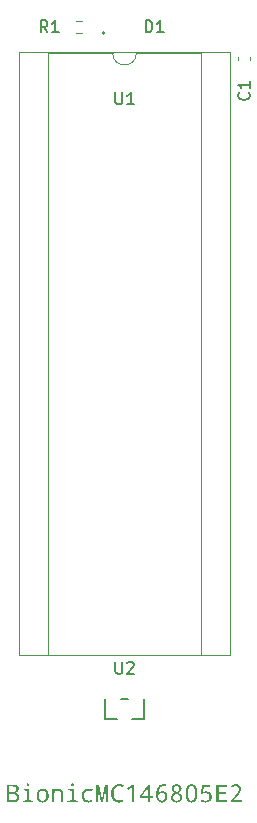
<source format=gbr>
G04 #@! TF.GenerationSoftware,KiCad,Pcbnew,7.0.11+dfsg-1build4*
G04 #@! TF.CreationDate,2024-12-04T13:31:09+09:00*
G04 #@! TF.ProjectId,bionic-mc146805e2,62696f6e-6963-42d6-9d63-313436383035,8*
G04 #@! TF.SameCoordinates,Original*
G04 #@! TF.FileFunction,Legend,Top*
G04 #@! TF.FilePolarity,Positive*
%FSLAX46Y46*%
G04 Gerber Fmt 4.6, Leading zero omitted, Abs format (unit mm)*
G04 Created by KiCad (PCBNEW 7.0.11+dfsg-1build4) date 2024-12-04 13:31:09*
%MOMM*%
%LPD*%
G01*
G04 APERTURE LIST*
%ADD10C,0.150000*%
%ADD11C,0.152400*%
%ADD12C,0.120000*%
G04 APERTURE END LIST*
D10*
G36*
X104227913Y-135669959D02*
G01*
X104245090Y-135670222D01*
X104261965Y-135670660D01*
X104278537Y-135671274D01*
X104294806Y-135672063D01*
X104310772Y-135673027D01*
X104326436Y-135674167D01*
X104341797Y-135675481D01*
X104356856Y-135676972D01*
X104371612Y-135678637D01*
X104400215Y-135682494D01*
X104427608Y-135687052D01*
X104453790Y-135692311D01*
X104478762Y-135698272D01*
X104502523Y-135704934D01*
X104525073Y-135712297D01*
X104546412Y-135720361D01*
X104566540Y-135729127D01*
X104585458Y-135738593D01*
X104603165Y-135748761D01*
X104619662Y-135759631D01*
X104635101Y-135771236D01*
X104649543Y-135783702D01*
X104662990Y-135797030D01*
X104675441Y-135811219D01*
X104686895Y-135826270D01*
X104697354Y-135842183D01*
X104706816Y-135858957D01*
X104715283Y-135876592D01*
X104722753Y-135895090D01*
X104729228Y-135914448D01*
X104734706Y-135934668D01*
X104739188Y-135955750D01*
X104742674Y-135977693D01*
X104745164Y-136000498D01*
X104746659Y-136024164D01*
X104747157Y-136048692D01*
X104746840Y-136064915D01*
X104745891Y-136080795D01*
X104744310Y-136096331D01*
X104742096Y-136111524D01*
X104739250Y-136126373D01*
X104735771Y-136140879D01*
X104731659Y-136155041D01*
X104724306Y-136175640D01*
X104715529Y-136195467D01*
X104705329Y-136214521D01*
X104693706Y-136232802D01*
X104680660Y-136250310D01*
X104671171Y-136261553D01*
X104666190Y-136267045D01*
X104655846Y-136277631D01*
X104645055Y-136287682D01*
X104633818Y-136297197D01*
X104622135Y-136306177D01*
X104610005Y-136314622D01*
X104597428Y-136322532D01*
X104584405Y-136329907D01*
X104570935Y-136336746D01*
X104557019Y-136343050D01*
X104542657Y-136348819D01*
X104527847Y-136354052D01*
X104512592Y-136358751D01*
X104496890Y-136362914D01*
X104480741Y-136366542D01*
X104464146Y-136369634D01*
X104447104Y-136372192D01*
X104447104Y-136382450D01*
X104468157Y-136386165D01*
X104488541Y-136390350D01*
X104508256Y-136395004D01*
X104527304Y-136400127D01*
X104545683Y-136405720D01*
X104563393Y-136411782D01*
X104580436Y-136418314D01*
X104596810Y-136425315D01*
X104612516Y-136432785D01*
X104627553Y-136440725D01*
X104641922Y-136449134D01*
X104655623Y-136458013D01*
X104668655Y-136467361D01*
X104681019Y-136477178D01*
X104692715Y-136487465D01*
X104703742Y-136498221D01*
X104714101Y-136509447D01*
X104723792Y-136521142D01*
X104732815Y-136533306D01*
X104741169Y-136545940D01*
X104748855Y-136559043D01*
X104755872Y-136572616D01*
X104762221Y-136586658D01*
X104767902Y-136601169D01*
X104772914Y-136616150D01*
X104777259Y-136631601D01*
X104780934Y-136647520D01*
X104783942Y-136663909D01*
X104786281Y-136680768D01*
X104787952Y-136698096D01*
X104788954Y-136715893D01*
X104789288Y-136734160D01*
X104788775Y-136759281D01*
X104787233Y-136783722D01*
X104784665Y-136807481D01*
X104781068Y-136830559D01*
X104776444Y-136852956D01*
X104770793Y-136874672D01*
X104764114Y-136895706D01*
X104756407Y-136916060D01*
X104747673Y-136935732D01*
X104737912Y-136954722D01*
X104727122Y-136973032D01*
X104715306Y-136990660D01*
X104702462Y-137007608D01*
X104688590Y-137023874D01*
X104673690Y-137039458D01*
X104657764Y-137054362D01*
X104640995Y-137068426D01*
X104623480Y-137081582D01*
X104605218Y-137093831D01*
X104586208Y-137105172D01*
X104566452Y-137115606D01*
X104545948Y-137125133D01*
X104524698Y-137133753D01*
X104502700Y-137141465D01*
X104479955Y-137148270D01*
X104456464Y-137154168D01*
X104432225Y-137159158D01*
X104407239Y-137163241D01*
X104381506Y-137166417D01*
X104355027Y-137168685D01*
X104327800Y-137170046D01*
X104299826Y-137170500D01*
X103756874Y-137170500D01*
X103756874Y-136466714D01*
X103949582Y-136466714D01*
X103949582Y-137006735D01*
X104265754Y-137006735D01*
X104285476Y-137006461D01*
X104304573Y-137005640D01*
X104323043Y-137004271D01*
X104340887Y-137002355D01*
X104358105Y-136999892D01*
X104374697Y-136996881D01*
X104390663Y-136993323D01*
X104406003Y-136989218D01*
X104420716Y-136984565D01*
X104434804Y-136979365D01*
X104461100Y-136967322D01*
X104484893Y-136953089D01*
X104506180Y-136936668D01*
X104524964Y-136918056D01*
X104541243Y-136897255D01*
X104555017Y-136874264D01*
X104566287Y-136849084D01*
X104575053Y-136821714D01*
X104578496Y-136807207D01*
X104581314Y-136792154D01*
X104583505Y-136776553D01*
X104585070Y-136760405D01*
X104586010Y-136743709D01*
X104586323Y-136726466D01*
X104585997Y-136710485D01*
X104585019Y-136695012D01*
X104583389Y-136680045D01*
X104578174Y-136651635D01*
X104570352Y-136625254D01*
X104559922Y-136600902D01*
X104546884Y-136578580D01*
X104531240Y-136558287D01*
X104512987Y-136540023D01*
X104492127Y-136523788D01*
X104468660Y-136509583D01*
X104442585Y-136497407D01*
X104428570Y-136492080D01*
X104413903Y-136487261D01*
X104398584Y-136482948D01*
X104382613Y-136479143D01*
X104365990Y-136475846D01*
X104348716Y-136473055D01*
X104330789Y-136470772D01*
X104312211Y-136468997D01*
X104292981Y-136467728D01*
X104273099Y-136466967D01*
X104252565Y-136466714D01*
X103949582Y-136466714D01*
X103756874Y-136466714D01*
X103756874Y-135833636D01*
X103949582Y-135833636D01*
X103949582Y-136302949D01*
X104241940Y-136302949D01*
X104261704Y-136302730D01*
X104280786Y-136302073D01*
X104299187Y-136300978D01*
X104316908Y-136299446D01*
X104333946Y-136297475D01*
X104350304Y-136295066D01*
X104365980Y-136292220D01*
X104380975Y-136288935D01*
X104395289Y-136285213D01*
X104415483Y-136278809D01*
X104434144Y-136271419D01*
X104451272Y-136263043D01*
X104466868Y-136253683D01*
X104476413Y-136246895D01*
X104489573Y-136235741D01*
X104501439Y-136223299D01*
X104512010Y-136209569D01*
X104521287Y-136194551D01*
X104529270Y-136178245D01*
X104535958Y-136160651D01*
X104541351Y-136141769D01*
X104545450Y-136121599D01*
X104548255Y-136100141D01*
X104549405Y-136085120D01*
X104549981Y-136069526D01*
X104550053Y-136061515D01*
X104549745Y-136046535D01*
X104548130Y-136025081D01*
X104545130Y-136004843D01*
X104540745Y-135985822D01*
X104534976Y-135968019D01*
X104527822Y-135951433D01*
X104519284Y-135936064D01*
X104509361Y-135921912D01*
X104498053Y-135908977D01*
X104485361Y-135897260D01*
X104471284Y-135886759D01*
X104455704Y-135877265D01*
X104438500Y-135868706D01*
X104419674Y-135861080D01*
X104399225Y-135854387D01*
X104384691Y-135850445D01*
X104369435Y-135846917D01*
X104353458Y-135843804D01*
X104336760Y-135841107D01*
X104319340Y-135838824D01*
X104301200Y-135836956D01*
X104282338Y-135835504D01*
X104262754Y-135834466D01*
X104242450Y-135833844D01*
X104221424Y-135833636D01*
X103949582Y-135833636D01*
X103756874Y-135833636D01*
X103756874Y-135669871D01*
X104210433Y-135669871D01*
X104227913Y-135669959D01*
G37*
G36*
X105530077Y-135576082D02*
G01*
X105549588Y-135577109D01*
X105567180Y-135580191D01*
X105582853Y-135585327D01*
X105596606Y-135592517D01*
X105608441Y-135601762D01*
X105618356Y-135613061D01*
X105626353Y-135626414D01*
X105632430Y-135641822D01*
X105636588Y-135659284D01*
X105638827Y-135678800D01*
X105639254Y-135692952D01*
X105638457Y-135710766D01*
X105636069Y-135727113D01*
X105632089Y-135741993D01*
X105625211Y-135757913D01*
X105616041Y-135771720D01*
X105606647Y-135781613D01*
X105594132Y-135791449D01*
X105580767Y-135799250D01*
X105566552Y-135805015D01*
X105551486Y-135808746D01*
X105535571Y-135810442D01*
X105530077Y-135810555D01*
X105510370Y-135809522D01*
X105492601Y-135806421D01*
X105476770Y-135801253D01*
X105462878Y-135794017D01*
X105450924Y-135784715D01*
X105440909Y-135773345D01*
X105432832Y-135759908D01*
X105426694Y-135744404D01*
X105422494Y-135726832D01*
X105420232Y-135707193D01*
X105419801Y-135692952D01*
X105420771Y-135672066D01*
X105423678Y-135653235D01*
X105428524Y-135636458D01*
X105435309Y-135621735D01*
X105444032Y-135609066D01*
X105454693Y-135598452D01*
X105467293Y-135589892D01*
X105481831Y-135583387D01*
X105498308Y-135578935D01*
X105516723Y-135576539D01*
X105530077Y-135576082D01*
G37*
G36*
X105435555Y-136192307D02*
G01*
X105158217Y-136170691D01*
X105158217Y-136045028D01*
X105622767Y-136045028D01*
X105622767Y-137023221D01*
X105985468Y-137043737D01*
X105985468Y-137170500D01*
X105080914Y-137170500D01*
X105080914Y-137043737D01*
X105435555Y-137023221D01*
X105435555Y-136192307D01*
G37*
G36*
X106800906Y-136022205D02*
G01*
X106828025Y-136024077D01*
X106854510Y-136027197D01*
X106880358Y-136031565D01*
X106905572Y-136037180D01*
X106930150Y-136044044D01*
X106954092Y-136052155D01*
X106977399Y-136061515D01*
X107000071Y-136072122D01*
X107022107Y-136083978D01*
X107043508Y-136097081D01*
X107064273Y-136111432D01*
X107084403Y-136127031D01*
X107103898Y-136143878D01*
X107122757Y-136161973D01*
X107140981Y-136181316D01*
X107158327Y-136201692D01*
X107174555Y-136222887D01*
X107189663Y-136244900D01*
X107203652Y-136267732D01*
X107216522Y-136291383D01*
X107228273Y-136315852D01*
X107238904Y-136341140D01*
X107248417Y-136367246D01*
X107256810Y-136394171D01*
X107264085Y-136421914D01*
X107270240Y-136450476D01*
X107272898Y-136465064D01*
X107275276Y-136479857D01*
X107277374Y-136494854D01*
X107279193Y-136510056D01*
X107280732Y-136525463D01*
X107281991Y-136541074D01*
X107282970Y-136556890D01*
X107283670Y-136572911D01*
X107284089Y-136589136D01*
X107284229Y-136605566D01*
X107284091Y-136622534D01*
X107283677Y-136639277D01*
X107282986Y-136655793D01*
X107282019Y-136672084D01*
X107280777Y-136688148D01*
X107279257Y-136703986D01*
X107277462Y-136719598D01*
X107275391Y-136734984D01*
X107273043Y-136750144D01*
X107270419Y-136765077D01*
X107267519Y-136779785D01*
X107264342Y-136794266D01*
X107260890Y-136808522D01*
X107253156Y-136836354D01*
X107244318Y-136863282D01*
X107234374Y-136889305D01*
X107223326Y-136914424D01*
X107211173Y-136938638D01*
X107197915Y-136961948D01*
X107183553Y-136984354D01*
X107168085Y-137005855D01*
X107151513Y-137026451D01*
X107142813Y-137036410D01*
X107124815Y-137055487D01*
X107106084Y-137073333D01*
X107086621Y-137089948D01*
X107066426Y-137105332D01*
X107045497Y-137119486D01*
X107023836Y-137132409D01*
X107001442Y-137144101D01*
X106978315Y-137154563D01*
X106954455Y-137163793D01*
X106929863Y-137171793D01*
X106904538Y-137178562D01*
X106878481Y-137184101D01*
X106851690Y-137188408D01*
X106824167Y-137191485D01*
X106795911Y-137193331D01*
X106766923Y-137193947D01*
X106739387Y-137193321D01*
X106712466Y-137191445D01*
X106686161Y-137188318D01*
X106660471Y-137183940D01*
X106635397Y-137178312D01*
X106610937Y-137171433D01*
X106587094Y-137163302D01*
X106563865Y-137153922D01*
X106541252Y-137143290D01*
X106519255Y-137131407D01*
X106497873Y-137118274D01*
X106477106Y-137103890D01*
X106456954Y-137088255D01*
X106437418Y-137071369D01*
X106418497Y-137053233D01*
X106400192Y-137033846D01*
X106382801Y-137013368D01*
X106366532Y-136992051D01*
X106351386Y-136969896D01*
X106337361Y-136946903D01*
X106324458Y-136923071D01*
X106312677Y-136898400D01*
X106302018Y-136872890D01*
X106292481Y-136846542D01*
X106284066Y-136819355D01*
X106276773Y-136791330D01*
X106273547Y-136777002D01*
X106270602Y-136762466D01*
X106267937Y-136747719D01*
X106265553Y-136732763D01*
X106263450Y-136717597D01*
X106261626Y-136702222D01*
X106260084Y-136686636D01*
X106258821Y-136670842D01*
X106257840Y-136654837D01*
X106257138Y-136638623D01*
X106256718Y-136622199D01*
X106256577Y-136605566D01*
X106450384Y-136605566D01*
X106450697Y-136632186D01*
X106451636Y-136657960D01*
X106453202Y-136682890D01*
X106455393Y-136706974D01*
X106458210Y-136730214D01*
X106461654Y-136752608D01*
X106465724Y-136774157D01*
X106470420Y-136794862D01*
X106475742Y-136814721D01*
X106481690Y-136833735D01*
X106488264Y-136851904D01*
X106495464Y-136869228D01*
X106503290Y-136885707D01*
X106511743Y-136901341D01*
X106520822Y-136916129D01*
X106530526Y-136930073D01*
X106540857Y-136943172D01*
X106551814Y-136955425D01*
X106563397Y-136966834D01*
X106575606Y-136977397D01*
X106588441Y-136987115D01*
X106601903Y-136995988D01*
X106615990Y-137004017D01*
X106630704Y-137011200D01*
X106646044Y-137017538D01*
X106662009Y-137023031D01*
X106678601Y-137027679D01*
X106695819Y-137031481D01*
X106713664Y-137034439D01*
X106732134Y-137036552D01*
X106751230Y-137037819D01*
X106770953Y-137038242D01*
X106790608Y-137037819D01*
X106809639Y-137036552D01*
X106828045Y-137034439D01*
X106845828Y-137031481D01*
X106862987Y-137027679D01*
X106879523Y-137023031D01*
X106895434Y-137017538D01*
X106910721Y-137011200D01*
X106925384Y-137004017D01*
X106939423Y-136995988D01*
X106952838Y-136987115D01*
X106965630Y-136977397D01*
X106977797Y-136966834D01*
X106989340Y-136955425D01*
X107000260Y-136943172D01*
X107010555Y-136930073D01*
X107020226Y-136916129D01*
X107029274Y-136901341D01*
X107037697Y-136885707D01*
X107045497Y-136869228D01*
X107052673Y-136851904D01*
X107059224Y-136833735D01*
X107065152Y-136814721D01*
X107070456Y-136794862D01*
X107075135Y-136774157D01*
X107079191Y-136752608D01*
X107082623Y-136730214D01*
X107085431Y-136706974D01*
X107087615Y-136682890D01*
X107089174Y-136657960D01*
X107090110Y-136632186D01*
X107090422Y-136605566D01*
X107090108Y-136579217D01*
X107089166Y-136553704D01*
X107087595Y-136529028D01*
X107085396Y-136505188D01*
X107082569Y-136482184D01*
X107079114Y-136460018D01*
X107075030Y-136438687D01*
X107070318Y-136418193D01*
X107064978Y-136398536D01*
X107059010Y-136379715D01*
X107052413Y-136361731D01*
X107045188Y-136344583D01*
X107037335Y-136328271D01*
X107028853Y-136312796D01*
X107019743Y-136298158D01*
X107010005Y-136284356D01*
X106999639Y-136271390D01*
X106988645Y-136259261D01*
X106977022Y-136247969D01*
X106964771Y-136237513D01*
X106951892Y-136227893D01*
X106938384Y-136219110D01*
X106924248Y-136211164D01*
X106909484Y-136204053D01*
X106894092Y-136197780D01*
X106878071Y-136192343D01*
X106861423Y-136187742D01*
X106844145Y-136183978D01*
X106826240Y-136181050D01*
X106807707Y-136178959D01*
X106788545Y-136177704D01*
X106768755Y-136177286D01*
X106749167Y-136177704D01*
X106730202Y-136178959D01*
X106711858Y-136181050D01*
X106694136Y-136183978D01*
X106677037Y-136187742D01*
X106660558Y-136192343D01*
X106644702Y-136197780D01*
X106629467Y-136204053D01*
X106614855Y-136211164D01*
X106600864Y-136219110D01*
X106587495Y-136227893D01*
X106574748Y-136237513D01*
X106562622Y-136247969D01*
X106551118Y-136259261D01*
X106540237Y-136271390D01*
X106529977Y-136284356D01*
X106520339Y-136298158D01*
X106511322Y-136312796D01*
X106502928Y-136328271D01*
X106495155Y-136344583D01*
X106488004Y-136361731D01*
X106481475Y-136379715D01*
X106475568Y-136398536D01*
X106470282Y-136418193D01*
X106465619Y-136438687D01*
X106461577Y-136460018D01*
X106458157Y-136482184D01*
X106455359Y-136505188D01*
X106453182Y-136529028D01*
X106451628Y-136553704D01*
X106450695Y-136579217D01*
X106450384Y-136605566D01*
X106256577Y-136605566D01*
X106256714Y-136588756D01*
X106257123Y-136572169D01*
X106257804Y-136555806D01*
X106258758Y-136539666D01*
X106259985Y-136523749D01*
X106261485Y-136508056D01*
X106263257Y-136492585D01*
X106265301Y-136477338D01*
X106267619Y-136462315D01*
X106270209Y-136447514D01*
X106273071Y-136432937D01*
X106276206Y-136418583D01*
X106283295Y-136390544D01*
X106291474Y-136363399D01*
X106300743Y-136337147D01*
X106311103Y-136311787D01*
X106322553Y-136287321D01*
X106335094Y-136263748D01*
X106348725Y-136241068D01*
X106363447Y-136219280D01*
X106379259Y-136198386D01*
X106396162Y-136178385D01*
X106413992Y-136159397D01*
X106432587Y-136141634D01*
X106451945Y-136125096D01*
X106472068Y-136109783D01*
X106492955Y-136095695D01*
X106514607Y-136082833D01*
X106537022Y-136071195D01*
X106560202Y-136060782D01*
X106584146Y-136051594D01*
X106608854Y-136043632D01*
X106634326Y-136036894D01*
X106660563Y-136031381D01*
X106687563Y-136027094D01*
X106715328Y-136024031D01*
X106743858Y-136022194D01*
X106773151Y-136021581D01*
X106800906Y-136022205D01*
G37*
G36*
X108312614Y-137170500D02*
G01*
X108312614Y-136444366D01*
X108312374Y-136427934D01*
X108311656Y-136412024D01*
X108310459Y-136396635D01*
X108308784Y-136381769D01*
X108303997Y-136353600D01*
X108297295Y-136327518D01*
X108288678Y-136303523D01*
X108278147Y-136281614D01*
X108265700Y-136261792D01*
X108251339Y-136244056D01*
X108235063Y-136228407D01*
X108216872Y-136214844D01*
X108196767Y-136203368D01*
X108174746Y-136193978D01*
X108150811Y-136186675D01*
X108124961Y-136181459D01*
X108097196Y-136178329D01*
X108067516Y-136177286D01*
X108048041Y-136177685D01*
X108029185Y-136178883D01*
X108010947Y-136180879D01*
X107993327Y-136183674D01*
X107976326Y-136187268D01*
X107959942Y-136191660D01*
X107944177Y-136196851D01*
X107929030Y-136202840D01*
X107914502Y-136209628D01*
X107900591Y-136217214D01*
X107887299Y-136225599D01*
X107874625Y-136234782D01*
X107862569Y-136244764D01*
X107851132Y-136255545D01*
X107840313Y-136267124D01*
X107830112Y-136279502D01*
X107820529Y-136292678D01*
X107811565Y-136306653D01*
X107803218Y-136321426D01*
X107795490Y-136336998D01*
X107788381Y-136353368D01*
X107781889Y-136370537D01*
X107776016Y-136388505D01*
X107770761Y-136407271D01*
X107766124Y-136426836D01*
X107762106Y-136447199D01*
X107758705Y-136468361D01*
X107755923Y-136490321D01*
X107753759Y-136513080D01*
X107752214Y-136536638D01*
X107751286Y-136560994D01*
X107750977Y-136586148D01*
X107750977Y-137170500D01*
X107563399Y-137170500D01*
X107563399Y-136045028D01*
X107714707Y-136045028D01*
X107742551Y-136194871D01*
X107752809Y-136194871D01*
X107766614Y-136173887D01*
X107781466Y-136154257D01*
X107797365Y-136135980D01*
X107814312Y-136119057D01*
X107832307Y-136103488D01*
X107851350Y-136089273D01*
X107871439Y-136076411D01*
X107892577Y-136064904D01*
X107914762Y-136054750D01*
X107937995Y-136045950D01*
X107962275Y-136038504D01*
X107987603Y-136032412D01*
X108013978Y-136027673D01*
X108041401Y-136024289D01*
X108069872Y-136022258D01*
X108099390Y-136021581D01*
X108124048Y-136021984D01*
X108147924Y-136023191D01*
X108171017Y-136025204D01*
X108193328Y-136028021D01*
X108214855Y-136031644D01*
X108235600Y-136036071D01*
X108255562Y-136041304D01*
X108274741Y-136047341D01*
X108293137Y-136054184D01*
X108310750Y-136061831D01*
X108327581Y-136070284D01*
X108343629Y-136079541D01*
X108358894Y-136089604D01*
X108373376Y-136100471D01*
X108387075Y-136112144D01*
X108399992Y-136124621D01*
X108412125Y-136137904D01*
X108423476Y-136151991D01*
X108434044Y-136166884D01*
X108443829Y-136182581D01*
X108452832Y-136199084D01*
X108461051Y-136216391D01*
X108468488Y-136234504D01*
X108475142Y-136253421D01*
X108481013Y-136273144D01*
X108486101Y-136293671D01*
X108490407Y-136315004D01*
X108493930Y-136337141D01*
X108496669Y-136360083D01*
X108498627Y-136383831D01*
X108499801Y-136408383D01*
X108500192Y-136433741D01*
X108500192Y-137170500D01*
X108312614Y-137170500D01*
G37*
G36*
X109310956Y-135576082D02*
G01*
X109330467Y-135577109D01*
X109348059Y-135580191D01*
X109363732Y-135585327D01*
X109377486Y-135592517D01*
X109389320Y-135601762D01*
X109399236Y-135613061D01*
X109407232Y-135626414D01*
X109413309Y-135641822D01*
X109417467Y-135659284D01*
X109419706Y-135678800D01*
X109420133Y-135692952D01*
X109419337Y-135710766D01*
X109416949Y-135727113D01*
X109412968Y-135741993D01*
X109406090Y-135757913D01*
X109396920Y-135771720D01*
X109387526Y-135781613D01*
X109375011Y-135791449D01*
X109361646Y-135799250D01*
X109347431Y-135805015D01*
X109332366Y-135808746D01*
X109316450Y-135810442D01*
X109310956Y-135810555D01*
X109291249Y-135809522D01*
X109273480Y-135806421D01*
X109257649Y-135801253D01*
X109243757Y-135794017D01*
X109231803Y-135784715D01*
X109221788Y-135773345D01*
X109213711Y-135759908D01*
X109207573Y-135744404D01*
X109203373Y-135726832D01*
X109201111Y-135707193D01*
X109200681Y-135692952D01*
X109201650Y-135672066D01*
X109204558Y-135653235D01*
X109209404Y-135636458D01*
X109216188Y-135621735D01*
X109224911Y-135609066D01*
X109235573Y-135598452D01*
X109248172Y-135589892D01*
X109262711Y-135583387D01*
X109279187Y-135578935D01*
X109297603Y-135576539D01*
X109310956Y-135576082D01*
G37*
G36*
X109216434Y-136192307D02*
G01*
X108939097Y-136170691D01*
X108939097Y-136045028D01*
X109403646Y-136045028D01*
X109403646Y-137023221D01*
X109766347Y-137043737D01*
X109766347Y-137170500D01*
X108861794Y-137170500D01*
X108861794Y-137043737D01*
X109216434Y-137023221D01*
X109216434Y-136192307D01*
G37*
G36*
X111012352Y-136082398D02*
G01*
X110948605Y-136245063D01*
X110929408Y-136237832D01*
X110910468Y-136231067D01*
X110891787Y-136224769D01*
X110873362Y-136218937D01*
X110855196Y-136213572D01*
X110837287Y-136208673D01*
X110819636Y-136204241D01*
X110802242Y-136200275D01*
X110785106Y-136196776D01*
X110768227Y-136193744D01*
X110751606Y-136191178D01*
X110735243Y-136189078D01*
X110719137Y-136187445D01*
X110703289Y-136186279D01*
X110687699Y-136185579D01*
X110672366Y-136185346D01*
X110648857Y-136185762D01*
X110626094Y-136187010D01*
X110604077Y-136189091D01*
X110582807Y-136192004D01*
X110562283Y-136195748D01*
X110542506Y-136200325D01*
X110523474Y-136205735D01*
X110505189Y-136211976D01*
X110487651Y-136219050D01*
X110470858Y-136226956D01*
X110454812Y-136235694D01*
X110439513Y-136245264D01*
X110424959Y-136255666D01*
X110411152Y-136266901D01*
X110398092Y-136278967D01*
X110385777Y-136291866D01*
X110374209Y-136305598D01*
X110363388Y-136320161D01*
X110353312Y-136335556D01*
X110343983Y-136351784D01*
X110335401Y-136368844D01*
X110327564Y-136386736D01*
X110320474Y-136405460D01*
X110314130Y-136425017D01*
X110308533Y-136445406D01*
X110303682Y-136466626D01*
X110299577Y-136488679D01*
X110296219Y-136511565D01*
X110293606Y-136535282D01*
X110291741Y-136559832D01*
X110290621Y-136585214D01*
X110290248Y-136611428D01*
X110290611Y-136637191D01*
X110291701Y-136662136D01*
X110293516Y-136686264D01*
X110296058Y-136709573D01*
X110299327Y-136732065D01*
X110303321Y-136753739D01*
X110308042Y-136774595D01*
X110313489Y-136794633D01*
X110319663Y-136813853D01*
X110326562Y-136832255D01*
X110334188Y-136849840D01*
X110342541Y-136866606D01*
X110351619Y-136882555D01*
X110361424Y-136897685D01*
X110371955Y-136911998D01*
X110383213Y-136925493D01*
X110395197Y-136938171D01*
X110407907Y-136950030D01*
X110421343Y-136961071D01*
X110435506Y-136971295D01*
X110450395Y-136980700D01*
X110466010Y-136989288D01*
X110482351Y-136997058D01*
X110499419Y-137004010D01*
X110517213Y-137010144D01*
X110535733Y-137015460D01*
X110554980Y-137019958D01*
X110574953Y-137023639D01*
X110595652Y-137026502D01*
X110617078Y-137028546D01*
X110639230Y-137029773D01*
X110662108Y-137030182D01*
X110682377Y-137029933D01*
X110702700Y-137029186D01*
X110723077Y-137027941D01*
X110743509Y-137026198D01*
X110763996Y-137023957D01*
X110784536Y-137021218D01*
X110805131Y-137017980D01*
X110825781Y-137014245D01*
X110846485Y-137010012D01*
X110867243Y-137005281D01*
X110888056Y-137000051D01*
X110908923Y-136994324D01*
X110929844Y-136988099D01*
X110950820Y-136981375D01*
X110971850Y-136974154D01*
X110992935Y-136966435D01*
X110992935Y-137131299D01*
X110975425Y-137138885D01*
X110957426Y-137145982D01*
X110938937Y-137152589D01*
X110919959Y-137158707D01*
X110900492Y-137164336D01*
X110880535Y-137169475D01*
X110860089Y-137174125D01*
X110839153Y-137178285D01*
X110817728Y-137181956D01*
X110795813Y-137185137D01*
X110773409Y-137187829D01*
X110750516Y-137190031D01*
X110727133Y-137191744D01*
X110703261Y-137192968D01*
X110678899Y-137193702D01*
X110654048Y-137193947D01*
X110637608Y-137193800D01*
X110621400Y-137193361D01*
X110605422Y-137192630D01*
X110589676Y-137191606D01*
X110574161Y-137190289D01*
X110558877Y-137188679D01*
X110543825Y-137186777D01*
X110529003Y-137184582D01*
X110514412Y-137182094D01*
X110485925Y-137176241D01*
X110458362Y-137169217D01*
X110431723Y-137161022D01*
X110406009Y-137151657D01*
X110381219Y-137141121D01*
X110357354Y-137129415D01*
X110334413Y-137116538D01*
X110312397Y-137102490D01*
X110291305Y-137087271D01*
X110271138Y-137070882D01*
X110251895Y-137053323D01*
X110242621Y-137044104D01*
X110224919Y-137024864D01*
X110208360Y-137004605D01*
X110192942Y-136983327D01*
X110178667Y-136961031D01*
X110165534Y-136937715D01*
X110153543Y-136913380D01*
X110142693Y-136888027D01*
X110132986Y-136861654D01*
X110124421Y-136834263D01*
X110116998Y-136805853D01*
X110113714Y-136791265D01*
X110110717Y-136776423D01*
X110108004Y-136761326D01*
X110105577Y-136745975D01*
X110103436Y-136730369D01*
X110101580Y-136714508D01*
X110100010Y-136698392D01*
X110098725Y-136682021D01*
X110097726Y-136665396D01*
X110097012Y-136648516D01*
X110096584Y-136631382D01*
X110096441Y-136613992D01*
X110096587Y-136596038D01*
X110097025Y-136578353D01*
X110097755Y-136560938D01*
X110098777Y-136543793D01*
X110100091Y-136526918D01*
X110101696Y-136510313D01*
X110103594Y-136493977D01*
X110105784Y-136477911D01*
X110108265Y-136462115D01*
X110111039Y-136446588D01*
X110114104Y-136431331D01*
X110117461Y-136416344D01*
X110121111Y-136401627D01*
X110125052Y-136387180D01*
X110129285Y-136373002D01*
X110138628Y-136345456D01*
X110149138Y-136318989D01*
X110160815Y-136293601D01*
X110173661Y-136269292D01*
X110187675Y-136246063D01*
X110202856Y-136223912D01*
X110219205Y-136202840D01*
X110236722Y-136182848D01*
X110245918Y-136173256D01*
X110265076Y-136154889D01*
X110285182Y-136137707D01*
X110306235Y-136121710D01*
X110328235Y-136106898D01*
X110351183Y-136093271D01*
X110375078Y-136080829D01*
X110399921Y-136069572D01*
X110425711Y-136059500D01*
X110452449Y-136050613D01*
X110480133Y-136042910D01*
X110508766Y-136036393D01*
X110523437Y-136033579D01*
X110538345Y-136031061D01*
X110553490Y-136028839D01*
X110568872Y-136026913D01*
X110584491Y-136025284D01*
X110600347Y-136023951D01*
X110616439Y-136022914D01*
X110632769Y-136022174D01*
X110649335Y-136021729D01*
X110666138Y-136021581D01*
X110689000Y-136021819D01*
X110711699Y-136022531D01*
X110734234Y-136023719D01*
X110756607Y-136025382D01*
X110778816Y-136027520D01*
X110800862Y-136030133D01*
X110822746Y-136033222D01*
X110844466Y-136036785D01*
X110866022Y-136040824D01*
X110887416Y-136045338D01*
X110908647Y-136050326D01*
X110929714Y-136055790D01*
X110950618Y-136061730D01*
X110971359Y-136068144D01*
X110991937Y-136075033D01*
X111012352Y-136082398D01*
G37*
G36*
X111727495Y-137170500D02*
G01*
X111441365Y-135857450D01*
X111432938Y-135851588D01*
X111434088Y-135868589D01*
X111435201Y-135885337D01*
X111436277Y-135901831D01*
X111437317Y-135918072D01*
X111438321Y-135934059D01*
X111439288Y-135949794D01*
X111440219Y-135965275D01*
X111441113Y-135980503D01*
X111441970Y-135995477D01*
X111442791Y-136010198D01*
X111444324Y-136038880D01*
X111445711Y-136066549D01*
X111446952Y-136093205D01*
X111448046Y-136118848D01*
X111448995Y-136143477D01*
X111449798Y-136167094D01*
X111450455Y-136189697D01*
X111450966Y-136211286D01*
X111451331Y-136231863D01*
X111451550Y-136251426D01*
X111451623Y-136269976D01*
X111451623Y-137170500D01*
X111295918Y-137170500D01*
X111295918Y-135669871D01*
X111550541Y-135669871D01*
X111805897Y-136892429D01*
X111812125Y-136892429D01*
X112069679Y-135669871D01*
X112329431Y-135669871D01*
X112329431Y-137170500D01*
X112171528Y-137170500D01*
X112171528Y-136256787D01*
X112171657Y-136235378D01*
X112171886Y-136219224D01*
X112172230Y-136201564D01*
X112172688Y-136182399D01*
X112173260Y-136161728D01*
X112173947Y-136139551D01*
X112174748Y-136115869D01*
X112175664Y-136090682D01*
X112176695Y-136063989D01*
X112177840Y-136035790D01*
X112178455Y-136021126D01*
X112179099Y-136006086D01*
X112179772Y-135990669D01*
X112180473Y-135974876D01*
X112181203Y-135958707D01*
X112181961Y-135942161D01*
X112182748Y-135925239D01*
X112183564Y-135907940D01*
X112184408Y-135890265D01*
X112185281Y-135872214D01*
X112186183Y-135853786D01*
X112178123Y-135853786D01*
X111886497Y-137170500D01*
X111727495Y-137170500D01*
G37*
G36*
X113597785Y-136965336D02*
G01*
X113597785Y-137132764D01*
X113578698Y-137140173D01*
X113559082Y-137147104D01*
X113538936Y-137153557D01*
X113518261Y-137159531D01*
X113497056Y-137165028D01*
X113475322Y-137170047D01*
X113453058Y-137174588D01*
X113430265Y-137178651D01*
X113406942Y-137182236D01*
X113383089Y-137185343D01*
X113358708Y-137187972D01*
X113333796Y-137190123D01*
X113308355Y-137191796D01*
X113282385Y-137192991D01*
X113255885Y-137193708D01*
X113228856Y-137193947D01*
X113209104Y-137193750D01*
X113189643Y-137193158D01*
X113170475Y-137192173D01*
X113151599Y-137190793D01*
X113133014Y-137189018D01*
X113114722Y-137186850D01*
X113096721Y-137184287D01*
X113079013Y-137181330D01*
X113061596Y-137177979D01*
X113044472Y-137174233D01*
X113027639Y-137170093D01*
X113011098Y-137165559D01*
X112994849Y-137160631D01*
X112978892Y-137155308D01*
X112963227Y-137149591D01*
X112947854Y-137143480D01*
X112932773Y-137136975D01*
X112917984Y-137130075D01*
X112903487Y-137122781D01*
X112889282Y-137115093D01*
X112875369Y-137107010D01*
X112861747Y-137098533D01*
X112848418Y-137089662D01*
X112835381Y-137080397D01*
X112822635Y-137070737D01*
X112810182Y-137060683D01*
X112798020Y-137050235D01*
X112786150Y-137039393D01*
X112774573Y-137028156D01*
X112763287Y-137016525D01*
X112752293Y-137004500D01*
X112741591Y-136992080D01*
X112731200Y-136979298D01*
X112721139Y-136966184D01*
X112711408Y-136952739D01*
X112702007Y-136938963D01*
X112692935Y-136924855D01*
X112684194Y-136910417D01*
X112675782Y-136895647D01*
X112667700Y-136880545D01*
X112659948Y-136865112D01*
X112652526Y-136849348D01*
X112645434Y-136833253D01*
X112638672Y-136816826D01*
X112632239Y-136800068D01*
X112626136Y-136782979D01*
X112620364Y-136765559D01*
X112614921Y-136747807D01*
X112609808Y-136729724D01*
X112605025Y-136711309D01*
X112600571Y-136692563D01*
X112596448Y-136673486D01*
X112592655Y-136654078D01*
X112589191Y-136634338D01*
X112586057Y-136614267D01*
X112583253Y-136593865D01*
X112580779Y-136573131D01*
X112578635Y-136552067D01*
X112576821Y-136530670D01*
X112575336Y-136508943D01*
X112574182Y-136486884D01*
X112573357Y-136464494D01*
X112572862Y-136441773D01*
X112572697Y-136418720D01*
X112572877Y-136396586D01*
X112573417Y-136374742D01*
X112574317Y-136353189D01*
X112575577Y-136331926D01*
X112577196Y-136310954D01*
X112579176Y-136290272D01*
X112581516Y-136269881D01*
X112584215Y-136249780D01*
X112587274Y-136229970D01*
X112590694Y-136210451D01*
X112594473Y-136191221D01*
X112598612Y-136172283D01*
X112603111Y-136153635D01*
X112607970Y-136135277D01*
X112613189Y-136117210D01*
X112618768Y-136099434D01*
X112624706Y-136081948D01*
X112631005Y-136064752D01*
X112637664Y-136047847D01*
X112644682Y-136031233D01*
X112652061Y-136014909D01*
X112659799Y-135998875D01*
X112667897Y-135983132D01*
X112676356Y-135967680D01*
X112685174Y-135952518D01*
X112694352Y-135937647D01*
X112703890Y-135923066D01*
X112713788Y-135908775D01*
X112724046Y-135894775D01*
X112734663Y-135881066D01*
X112745641Y-135867647D01*
X112756979Y-135854519D01*
X112768651Y-135841716D01*
X112780586Y-135829320D01*
X112792785Y-135817330D01*
X112805247Y-135805747D01*
X112817973Y-135794570D01*
X112830961Y-135783799D01*
X112844213Y-135773435D01*
X112857729Y-135763478D01*
X112871508Y-135753926D01*
X112885550Y-135744781D01*
X112899855Y-135736043D01*
X112914424Y-135727711D01*
X112929256Y-135719786D01*
X112944351Y-135712267D01*
X112959710Y-135705154D01*
X112975332Y-135698448D01*
X112991217Y-135692148D01*
X113007366Y-135686255D01*
X113023778Y-135680768D01*
X113040453Y-135675687D01*
X113057392Y-135671013D01*
X113074594Y-135666746D01*
X113092059Y-135662885D01*
X113109787Y-135659430D01*
X113127779Y-135656382D01*
X113146035Y-135653740D01*
X113164553Y-135651505D01*
X113183335Y-135649676D01*
X113202380Y-135648253D01*
X113221689Y-135647237D01*
X113241261Y-135646627D01*
X113261096Y-135646424D01*
X113289213Y-135646770D01*
X113316869Y-135647809D01*
X113344064Y-135649541D01*
X113370799Y-135651965D01*
X113397073Y-135655082D01*
X113422886Y-135658892D01*
X113448238Y-135663394D01*
X113473129Y-135668589D01*
X113497560Y-135674477D01*
X113521529Y-135681057D01*
X113545038Y-135688330D01*
X113568086Y-135696295D01*
X113590673Y-135704954D01*
X113612800Y-135714305D01*
X113634465Y-135724348D01*
X113655670Y-135735084D01*
X113575436Y-135895918D01*
X113555575Y-135886158D01*
X113535743Y-135877028D01*
X113515939Y-135868527D01*
X113496164Y-135860656D01*
X113476418Y-135853414D01*
X113456700Y-135846802D01*
X113437011Y-135840820D01*
X113417350Y-135835468D01*
X113397718Y-135830745D01*
X113378115Y-135826652D01*
X113358540Y-135823189D01*
X113338994Y-135820356D01*
X113319477Y-135818152D01*
X113299988Y-135816577D01*
X113280527Y-135815633D01*
X113261096Y-135815318D01*
X113233740Y-135815955D01*
X113207086Y-135817865D01*
X113181133Y-135821050D01*
X113155881Y-135825508D01*
X113131330Y-135831239D01*
X113107480Y-135838244D01*
X113084332Y-135846523D01*
X113061885Y-135856076D01*
X113040140Y-135866902D01*
X113019095Y-135879002D01*
X112998752Y-135892376D01*
X112979110Y-135907024D01*
X112960169Y-135922945D01*
X112941930Y-135940140D01*
X112924391Y-135958608D01*
X112907554Y-135978350D01*
X112891583Y-135999181D01*
X112876642Y-136020917D01*
X112862732Y-136043557D01*
X112849852Y-136067102D01*
X112838002Y-136091551D01*
X112827183Y-136116905D01*
X112817394Y-136143163D01*
X112808636Y-136170325D01*
X112800908Y-136198392D01*
X112797430Y-136212765D01*
X112794210Y-136227363D01*
X112791248Y-136242188D01*
X112788543Y-136257239D01*
X112786096Y-136272516D01*
X112783906Y-136288020D01*
X112781974Y-136303749D01*
X112780300Y-136319704D01*
X112778883Y-136335886D01*
X112777724Y-136352294D01*
X112776822Y-136368927D01*
X112776178Y-136385787D01*
X112775792Y-136402873D01*
X112775663Y-136420185D01*
X112775784Y-136438504D01*
X112776145Y-136456549D01*
X112776748Y-136474319D01*
X112777592Y-136491815D01*
X112778677Y-136509038D01*
X112780004Y-136525986D01*
X112781571Y-136542660D01*
X112783380Y-136559060D01*
X112785429Y-136575187D01*
X112787720Y-136591039D01*
X112790252Y-136606617D01*
X112793025Y-136621921D01*
X112796040Y-136636950D01*
X112799295Y-136651706D01*
X112802792Y-136666188D01*
X112806529Y-136680396D01*
X112814728Y-136707989D01*
X112823892Y-136734486D01*
X112834020Y-136759887D01*
X112845112Y-136784191D01*
X112857169Y-136807400D01*
X112870191Y-136829512D01*
X112884177Y-136850528D01*
X112899128Y-136870447D01*
X112915052Y-136889169D01*
X112931866Y-136906683D01*
X112949570Y-136922989D01*
X112968165Y-136938087D01*
X112987649Y-136951978D01*
X113008024Y-136964660D01*
X113029289Y-136976135D01*
X113051444Y-136986401D01*
X113074489Y-136995460D01*
X113098424Y-137003311D01*
X113123250Y-137009955D01*
X113148965Y-137015390D01*
X113175571Y-137019618D01*
X113203067Y-137022637D01*
X113231453Y-137024449D01*
X113260729Y-137025053D01*
X113277760Y-137024820D01*
X113295328Y-137024120D01*
X113313434Y-137022953D01*
X113332079Y-137021321D01*
X113351262Y-137019221D01*
X113370982Y-137016655D01*
X113391241Y-137013623D01*
X113412038Y-137010124D01*
X113433373Y-137006158D01*
X113455246Y-137001726D01*
X113477657Y-136996827D01*
X113500606Y-136991462D01*
X113524094Y-136985630D01*
X113548119Y-136979332D01*
X113572683Y-136972567D01*
X113597785Y-136965336D01*
G37*
G36*
X114481089Y-137170500D02*
G01*
X114299739Y-137170500D01*
X114299739Y-136237370D01*
X114299770Y-136221331D01*
X114299864Y-136204357D01*
X114300022Y-136186446D01*
X114300242Y-136167600D01*
X114300526Y-136147818D01*
X114300872Y-136127100D01*
X114301281Y-136105446D01*
X114301754Y-136082856D01*
X114302289Y-136059330D01*
X114302887Y-136034868D01*
X114303548Y-136009470D01*
X114304272Y-135983136D01*
X114305059Y-135955866D01*
X114305909Y-135927660D01*
X114306823Y-135898519D01*
X114307303Y-135883597D01*
X114307799Y-135868441D01*
X114297117Y-135880239D01*
X114285038Y-135892919D01*
X114271563Y-135906480D01*
X114260540Y-135917229D01*
X114248731Y-135928475D01*
X114236136Y-135940216D01*
X114222756Y-135952453D01*
X114208590Y-135965186D01*
X114193639Y-135978415D01*
X114183235Y-135987509D01*
X114031926Y-136115370D01*
X113931909Y-135985677D01*
X114326483Y-135669871D01*
X114481089Y-135669871D01*
X114481089Y-137170500D01*
G37*
G36*
X115901117Y-136654659D02*
G01*
X116120569Y-136654659D01*
X116120569Y-136825751D01*
X115901117Y-136825751D01*
X115901117Y-137170500D01*
X115719766Y-137170500D01*
X115719766Y-136825751D01*
X115023308Y-136825751D01*
X115023308Y-136661620D01*
X115028109Y-136654659D01*
X115207589Y-136654659D01*
X115719766Y-136654659D01*
X115719766Y-136295622D01*
X115719818Y-136273096D01*
X115719973Y-136249941D01*
X115720230Y-136226156D01*
X115720591Y-136201741D01*
X115721054Y-136176696D01*
X115721621Y-136151022D01*
X115722291Y-136124718D01*
X115723064Y-136097785D01*
X115723940Y-136070222D01*
X115724918Y-136042029D01*
X115726000Y-136013206D01*
X115726580Y-135998559D01*
X115727185Y-135983754D01*
X115727816Y-135968792D01*
X115728473Y-135953672D01*
X115729156Y-135938395D01*
X115729864Y-135922960D01*
X115730599Y-135907369D01*
X115731358Y-135891619D01*
X115732144Y-135875712D01*
X115732956Y-135859648D01*
X115723796Y-135859648D01*
X115716694Y-135878738D01*
X115709264Y-135897404D01*
X115701504Y-135915644D01*
X115693417Y-135933459D01*
X115685001Y-135950849D01*
X115676256Y-135967814D01*
X115667184Y-135984354D01*
X115657782Y-136000469D01*
X115648052Y-136016159D01*
X115637994Y-136031424D01*
X115631106Y-136041365D01*
X115207589Y-136654659D01*
X115028109Y-136654659D01*
X115707310Y-135669871D01*
X115901117Y-135669871D01*
X115901117Y-136654659D01*
G37*
G36*
X117057377Y-135646595D02*
G01*
X117076519Y-135647107D01*
X117095004Y-135647960D01*
X117112832Y-135649155D01*
X117130003Y-135650691D01*
X117146518Y-135652568D01*
X117162375Y-135654786D01*
X117177576Y-135657346D01*
X117192119Y-135660248D01*
X117210489Y-135664647D01*
X117214899Y-135665841D01*
X117214899Y-135825576D01*
X117196197Y-135821025D01*
X117181668Y-135818010D01*
X117166706Y-135815337D01*
X117151314Y-135813004D01*
X117135490Y-135811013D01*
X117119234Y-135809364D01*
X117102547Y-135808055D01*
X117085428Y-135807088D01*
X117067878Y-135806462D01*
X117049897Y-135806178D01*
X117043807Y-135806159D01*
X117015404Y-135806723D01*
X116987896Y-135808414D01*
X116961285Y-135811234D01*
X116935569Y-135815181D01*
X116910749Y-135820255D01*
X116886826Y-135826458D01*
X116863798Y-135833788D01*
X116841665Y-135842246D01*
X116820429Y-135851831D01*
X116800089Y-135862545D01*
X116780644Y-135874386D01*
X116762096Y-135887354D01*
X116744443Y-135901451D01*
X116727686Y-135916675D01*
X116711825Y-135933027D01*
X116696860Y-135950506D01*
X116682801Y-135969165D01*
X116669566Y-135989146D01*
X116657155Y-136010450D01*
X116645569Y-136033076D01*
X116634807Y-136057024D01*
X116624869Y-136082295D01*
X116615756Y-136108887D01*
X116607467Y-136136803D01*
X116603632Y-136151256D01*
X116600002Y-136166040D01*
X116596579Y-136181155D01*
X116593362Y-136196600D01*
X116590351Y-136212376D01*
X116587546Y-136228483D01*
X116584947Y-136244920D01*
X116582554Y-136261687D01*
X116580368Y-136278785D01*
X116578387Y-136296214D01*
X116576612Y-136313973D01*
X116575044Y-136332063D01*
X116573681Y-136350484D01*
X116572525Y-136369235D01*
X116571575Y-136388317D01*
X116570831Y-136407729D01*
X116583287Y-136407729D01*
X116595985Y-136386523D01*
X116609625Y-136366685D01*
X116624207Y-136348215D01*
X116639730Y-136331113D01*
X116656195Y-136315380D01*
X116673602Y-136301014D01*
X116691950Y-136288017D01*
X116711240Y-136276387D01*
X116731471Y-136266126D01*
X116752645Y-136257234D01*
X116774760Y-136249709D01*
X116797816Y-136243552D01*
X116821815Y-136238764D01*
X116846754Y-136235343D01*
X116872636Y-136233291D01*
X116899459Y-136232607D01*
X116924216Y-136233085D01*
X116948295Y-136234519D01*
X116971695Y-136236909D01*
X116994416Y-136240255D01*
X117016460Y-136244557D01*
X117037825Y-136249815D01*
X117058512Y-136256029D01*
X117078520Y-136263198D01*
X117097850Y-136271324D01*
X117116502Y-136280406D01*
X117134475Y-136290444D01*
X117151770Y-136301438D01*
X117168387Y-136313387D01*
X117184325Y-136326293D01*
X117199585Y-136340155D01*
X117214166Y-136354973D01*
X117227964Y-136370618D01*
X117240871Y-136386961D01*
X117252888Y-136404002D01*
X117264015Y-136421743D01*
X117274251Y-136440181D01*
X117283598Y-136459318D01*
X117292055Y-136479153D01*
X117299621Y-136499687D01*
X117306297Y-136520918D01*
X117312083Y-136542849D01*
X117316979Y-136565478D01*
X117320984Y-136588805D01*
X117324100Y-136612830D01*
X117326325Y-136637554D01*
X117327661Y-136662976D01*
X117328106Y-136689097D01*
X117327620Y-136718018D01*
X117326165Y-136746164D01*
X117323739Y-136773534D01*
X117320343Y-136800128D01*
X117315977Y-136825947D01*
X117310640Y-136850990D01*
X117304333Y-136875257D01*
X117297056Y-136898749D01*
X117288809Y-136921465D01*
X117279591Y-136943405D01*
X117269403Y-136964570D01*
X117258245Y-136984959D01*
X117246116Y-137004572D01*
X117233017Y-137023410D01*
X117218948Y-137041472D01*
X117203908Y-137058758D01*
X117188051Y-137075129D01*
X117171531Y-137090443D01*
X117154346Y-137104701D01*
X117136497Y-137117903D01*
X117117984Y-137130049D01*
X117098807Y-137141139D01*
X117078966Y-137151172D01*
X117058462Y-137160150D01*
X117037293Y-137168071D01*
X117015459Y-137174936D01*
X116992962Y-137180745D01*
X116969801Y-137185498D01*
X116945976Y-137189194D01*
X116921487Y-137191834D01*
X116896334Y-137193419D01*
X116870517Y-137193947D01*
X116842800Y-137193270D01*
X116815797Y-137191239D01*
X116789506Y-137187855D01*
X116763928Y-137183116D01*
X116739062Y-137177024D01*
X116714909Y-137169578D01*
X116691469Y-137160778D01*
X116668742Y-137150624D01*
X116646727Y-137139117D01*
X116625425Y-137126255D01*
X116604835Y-137112040D01*
X116584959Y-137096471D01*
X116565795Y-137079548D01*
X116547343Y-137061271D01*
X116529605Y-137041641D01*
X116512579Y-137020657D01*
X116496430Y-136998388D01*
X116481323Y-136974998D01*
X116467258Y-136950486D01*
X116454235Y-136924852D01*
X116442254Y-136898096D01*
X116436654Y-136884297D01*
X116431315Y-136870218D01*
X116426236Y-136855858D01*
X116421417Y-136841218D01*
X116416859Y-136826297D01*
X116412561Y-136811096D01*
X116408524Y-136795614D01*
X116404747Y-136779852D01*
X116401231Y-136763809D01*
X116397975Y-136747486D01*
X116394980Y-136730882D01*
X116392245Y-136713998D01*
X116389771Y-136696833D01*
X116387557Y-136679388D01*
X116385603Y-136661662D01*
X116384703Y-136652094D01*
X116566801Y-136652094D01*
X116567126Y-136671391D01*
X116568100Y-136690356D01*
X116569724Y-136708989D01*
X116571998Y-136727290D01*
X116574922Y-136745259D01*
X116578496Y-136762896D01*
X116582719Y-136780201D01*
X116587592Y-136797174D01*
X116593114Y-136813815D01*
X116599287Y-136830124D01*
X116606109Y-136846101D01*
X116613581Y-136861746D01*
X116621702Y-136877059D01*
X116630474Y-136892040D01*
X116639895Y-136906689D01*
X116649965Y-136921005D01*
X116660609Y-136934714D01*
X116671655Y-136947538D01*
X116683106Y-136959478D01*
X116694959Y-136970533D01*
X116707217Y-136980704D01*
X116719878Y-136989991D01*
X116732943Y-136998393D01*
X116746411Y-137005910D01*
X116760282Y-137012544D01*
X116774558Y-137018292D01*
X116789237Y-137023157D01*
X116804319Y-137027137D01*
X116819805Y-137030232D01*
X116835695Y-137032443D01*
X116851988Y-137033770D01*
X116868685Y-137034212D01*
X116884811Y-137033860D01*
X116900490Y-137032804D01*
X116915723Y-137031044D01*
X116930509Y-137028579D01*
X116944849Y-137025411D01*
X116965521Y-137019338D01*
X116985189Y-137011681D01*
X117003852Y-137002439D01*
X117021510Y-136991614D01*
X117038164Y-136979204D01*
X117053813Y-136965210D01*
X117068458Y-136949631D01*
X117073116Y-136944086D01*
X117086276Y-136926521D01*
X117094330Y-136914071D01*
X117101809Y-136901027D01*
X117108713Y-136887392D01*
X117115042Y-136873164D01*
X117120795Y-136858343D01*
X117125972Y-136842930D01*
X117130575Y-136826925D01*
X117134602Y-136810327D01*
X117138054Y-136793136D01*
X117140930Y-136775353D01*
X117143232Y-136756978D01*
X117144957Y-136738010D01*
X117146108Y-136718449D01*
X117146683Y-136698296D01*
X117146755Y-136687998D01*
X117146479Y-136669718D01*
X117145650Y-136651974D01*
X117144269Y-136634765D01*
X117142336Y-136618091D01*
X117139850Y-136601952D01*
X117136812Y-136586349D01*
X117133221Y-136571281D01*
X117129078Y-136556748D01*
X117124383Y-136542750D01*
X117116304Y-136522757D01*
X117106982Y-136503968D01*
X117096417Y-136486384D01*
X117084609Y-136470004D01*
X117076047Y-136459753D01*
X117062327Y-136445480D01*
X117047544Y-136432610D01*
X117031698Y-136421145D01*
X117014790Y-136411084D01*
X116996819Y-136402426D01*
X116977786Y-136395173D01*
X116957690Y-136389323D01*
X116936531Y-136384877D01*
X116921835Y-136382693D01*
X116906666Y-136381133D01*
X116891026Y-136380197D01*
X116874913Y-136379885D01*
X116858729Y-136380210D01*
X116842873Y-136381185D01*
X116827347Y-136382809D01*
X116812150Y-136385083D01*
X116797282Y-136388007D01*
X116782744Y-136391580D01*
X116768534Y-136395804D01*
X116754654Y-136400677D01*
X116734451Y-136409204D01*
X116714988Y-136419194D01*
X116696266Y-136430645D01*
X116684196Y-136439092D01*
X116672455Y-136448188D01*
X116661043Y-136457934D01*
X116655461Y-136463050D01*
X116644725Y-136473491D01*
X116629919Y-136489497D01*
X116616672Y-136505915D01*
X116604983Y-136522745D01*
X116594853Y-136539987D01*
X116586282Y-136557641D01*
X116579268Y-136575707D01*
X116573814Y-136594186D01*
X116569918Y-136613076D01*
X116567580Y-136632379D01*
X116566801Y-136652094D01*
X116384703Y-136652094D01*
X116383910Y-136643656D01*
X116382478Y-136625370D01*
X116381306Y-136606802D01*
X116380394Y-136587955D01*
X116379743Y-136568826D01*
X116379352Y-136549418D01*
X116379222Y-136529728D01*
X116379865Y-136475384D01*
X116381794Y-136422766D01*
X116385008Y-136371872D01*
X116389509Y-136322704D01*
X116395295Y-136275261D01*
X116402367Y-136229543D01*
X116410726Y-136185550D01*
X116420369Y-136143283D01*
X116431299Y-136102740D01*
X116443515Y-136063923D01*
X116457016Y-136026832D01*
X116471804Y-135991465D01*
X116487877Y-135957823D01*
X116505236Y-135925907D01*
X116523881Y-135895716D01*
X116543811Y-135867250D01*
X116565028Y-135840510D01*
X116587530Y-135815494D01*
X116611319Y-135792204D01*
X116636393Y-135770639D01*
X116662753Y-135750799D01*
X116690399Y-135732684D01*
X116719330Y-135716295D01*
X116749548Y-135701631D01*
X116781051Y-135688692D01*
X116813840Y-135677478D01*
X116847915Y-135667989D01*
X116883276Y-135660226D01*
X116919923Y-135654188D01*
X116957856Y-135649875D01*
X116997074Y-135647287D01*
X117037579Y-135646424D01*
X117057377Y-135646595D01*
G37*
G36*
X118137029Y-135646805D02*
G01*
X118159901Y-135647947D01*
X118182207Y-135649850D01*
X118203945Y-135652515D01*
X118225117Y-135655941D01*
X118245722Y-135660128D01*
X118265761Y-135665077D01*
X118285232Y-135670787D01*
X118304137Y-135677259D01*
X118322475Y-135684492D01*
X118340247Y-135692486D01*
X118357452Y-135701241D01*
X118374090Y-135710758D01*
X118390161Y-135721037D01*
X118405666Y-135732076D01*
X118420604Y-135743877D01*
X118434845Y-135756326D01*
X118448167Y-135769311D01*
X118460570Y-135782830D01*
X118472055Y-135796885D01*
X118482621Y-135811476D01*
X118492268Y-135826601D01*
X118500996Y-135842262D01*
X118508806Y-135858457D01*
X118515697Y-135875189D01*
X118521669Y-135892455D01*
X118526722Y-135910256D01*
X118530857Y-135928593D01*
X118534072Y-135947465D01*
X118536369Y-135966873D01*
X118537747Y-135986815D01*
X118538207Y-136007293D01*
X118537152Y-136036336D01*
X118533988Y-136064572D01*
X118528714Y-136092000D01*
X118521331Y-136118622D01*
X118511839Y-136144436D01*
X118500237Y-136169443D01*
X118486525Y-136193644D01*
X118470704Y-136217036D01*
X118452774Y-136239622D01*
X118443018Y-136250612D01*
X118432734Y-136261401D01*
X118421923Y-136271988D01*
X118410585Y-136282372D01*
X118398719Y-136292555D01*
X118386326Y-136302537D01*
X118373405Y-136312316D01*
X118359958Y-136321894D01*
X118345983Y-136331270D01*
X118331480Y-136340444D01*
X118316450Y-136349416D01*
X118300893Y-136358187D01*
X118284808Y-136366756D01*
X118268196Y-136375123D01*
X118287784Y-136385500D01*
X118306749Y-136396025D01*
X118325093Y-136406698D01*
X118342814Y-136417518D01*
X118359914Y-136428485D01*
X118376393Y-136439600D01*
X118392249Y-136450862D01*
X118407483Y-136462272D01*
X118422096Y-136473829D01*
X118436087Y-136485533D01*
X118449456Y-136497385D01*
X118462203Y-136509384D01*
X118474329Y-136521530D01*
X118485832Y-136533824D01*
X118496714Y-136546266D01*
X118506974Y-136558854D01*
X118516612Y-136571591D01*
X118525629Y-136584474D01*
X118534023Y-136597505D01*
X118541796Y-136610683D01*
X118548947Y-136624009D01*
X118555476Y-136637482D01*
X118561383Y-136651103D01*
X118566669Y-136664871D01*
X118571332Y-136678786D01*
X118578794Y-136707059D01*
X118583769Y-136735922D01*
X118585323Y-136750574D01*
X118586256Y-136765374D01*
X118586567Y-136780322D01*
X118586059Y-136803391D01*
X118584535Y-136825888D01*
X118581994Y-136847813D01*
X118578438Y-136869165D01*
X118573866Y-136889945D01*
X118568277Y-136910152D01*
X118561673Y-136929787D01*
X118554052Y-136948849D01*
X118545415Y-136967339D01*
X118535762Y-136985257D01*
X118525094Y-137002602D01*
X118513409Y-137019374D01*
X118500707Y-137035574D01*
X118486990Y-137051202D01*
X118472257Y-137066257D01*
X118456508Y-137080740D01*
X118439970Y-137094449D01*
X118422779Y-137107273D01*
X118404936Y-137119213D01*
X118386440Y-137130268D01*
X118367292Y-137140439D01*
X118347491Y-137149726D01*
X118327038Y-137158128D01*
X118305932Y-137165645D01*
X118284173Y-137172278D01*
X118261762Y-137178027D01*
X118238698Y-137182891D01*
X118214982Y-137186871D01*
X118190613Y-137189967D01*
X118165591Y-137192178D01*
X118139917Y-137193505D01*
X118113591Y-137193947D01*
X118086173Y-137193530D01*
X118059518Y-137192281D01*
X118033623Y-137190199D01*
X118008490Y-137187284D01*
X117984118Y-137183535D01*
X117960508Y-137178955D01*
X117937658Y-137173541D01*
X117915571Y-137167294D01*
X117894244Y-137160214D01*
X117873679Y-137152301D01*
X117853876Y-137143556D01*
X117834833Y-137133978D01*
X117816552Y-137123566D01*
X117799033Y-137112322D01*
X117782274Y-137100245D01*
X117766277Y-137087335D01*
X117751193Y-137073632D01*
X117737083Y-137059268D01*
X117723945Y-137044243D01*
X117711781Y-137028556D01*
X117700589Y-137012209D01*
X117690371Y-136995200D01*
X117681126Y-136977530D01*
X117672854Y-136959199D01*
X117665556Y-136940207D01*
X117659230Y-136920553D01*
X117653878Y-136900239D01*
X117649499Y-136879263D01*
X117646093Y-136857626D01*
X117643660Y-136835328D01*
X117642200Y-136812368D01*
X117641713Y-136788748D01*
X117641726Y-136788015D01*
X117824896Y-136788015D01*
X117825173Y-136803162D01*
X117826006Y-136817828D01*
X117829338Y-136845718D01*
X117834890Y-136871684D01*
X117842664Y-136895726D01*
X117852659Y-136917846D01*
X117864875Y-136938041D01*
X117879312Y-136956314D01*
X117895970Y-136972663D01*
X117914849Y-136987088D01*
X117935950Y-136999591D01*
X117959271Y-137010169D01*
X117984814Y-137018825D01*
X118012577Y-137025557D01*
X118027292Y-137028201D01*
X118042562Y-137030365D01*
X118058387Y-137032048D01*
X118074767Y-137033250D01*
X118091703Y-137033972D01*
X118109194Y-137034212D01*
X118126485Y-137033950D01*
X118143278Y-137033164D01*
X118159572Y-137031855D01*
X118175369Y-137030022D01*
X118190667Y-137027665D01*
X118205468Y-137024784D01*
X118219770Y-137021379D01*
X118240290Y-137015290D01*
X118259690Y-137008023D01*
X118277969Y-136999577D01*
X118295127Y-136989952D01*
X118311165Y-136979149D01*
X118326082Y-136967167D01*
X118339831Y-136954067D01*
X118352228Y-136940046D01*
X118363273Y-136925104D01*
X118372965Y-136909242D01*
X118381305Y-136892458D01*
X118388292Y-136874753D01*
X118393927Y-136856128D01*
X118398210Y-136836581D01*
X118401140Y-136816114D01*
X118402718Y-136794726D01*
X118403018Y-136779955D01*
X118402448Y-136762831D01*
X118400739Y-136746081D01*
X118397889Y-136729704D01*
X118393899Y-136713700D01*
X118388770Y-136698071D01*
X118382501Y-136682814D01*
X118375091Y-136667931D01*
X118366542Y-136653422D01*
X118356853Y-136639286D01*
X118346024Y-136625524D01*
X118338172Y-136616557D01*
X118325215Y-136603123D01*
X118310660Y-136589612D01*
X118294509Y-136576023D01*
X118282854Y-136566922D01*
X118270489Y-136557785D01*
X118257414Y-136548615D01*
X118243630Y-136539410D01*
X118229136Y-136530171D01*
X118213931Y-136520897D01*
X118198018Y-136511589D01*
X118181394Y-136502247D01*
X118164060Y-136492870D01*
X118146017Y-136483459D01*
X118127263Y-136474014D01*
X118117621Y-136469278D01*
X118086846Y-136454990D01*
X118070730Y-136462835D01*
X118055125Y-136470845D01*
X118040033Y-136479021D01*
X118025451Y-136487362D01*
X118011382Y-136495868D01*
X117997824Y-136504539D01*
X117984777Y-136513376D01*
X117972243Y-136522378D01*
X117960220Y-136531546D01*
X117948708Y-136540878D01*
X117927220Y-136560039D01*
X117907778Y-136579862D01*
X117890383Y-136600345D01*
X117875035Y-136621490D01*
X117861732Y-136643296D01*
X117850477Y-136665763D01*
X117841267Y-136688891D01*
X117834105Y-136712680D01*
X117828989Y-136737131D01*
X117825919Y-136762242D01*
X117824896Y-136788015D01*
X117641726Y-136788015D01*
X117641997Y-136772314D01*
X117642848Y-136756124D01*
X117644267Y-136740177D01*
X117646253Y-136724474D01*
X117648806Y-136709014D01*
X117651927Y-136693797D01*
X117655616Y-136678823D01*
X117659871Y-136664092D01*
X117664695Y-136649605D01*
X117670085Y-136635362D01*
X117676043Y-136621361D01*
X117682569Y-136607604D01*
X117689662Y-136594090D01*
X117697322Y-136580819D01*
X117705550Y-136567792D01*
X117714345Y-136555008D01*
X117723708Y-136542467D01*
X117733638Y-136530169D01*
X117744135Y-136518115D01*
X117755200Y-136506304D01*
X117766833Y-136494736D01*
X117779033Y-136483412D01*
X117791800Y-136472331D01*
X117805135Y-136461493D01*
X117819037Y-136450899D01*
X117833507Y-136440547D01*
X117848544Y-136430439D01*
X117864148Y-136420575D01*
X117880320Y-136410953D01*
X117897059Y-136401575D01*
X117914366Y-136392441D01*
X117932240Y-136383549D01*
X117917341Y-136374107D01*
X117902915Y-136364511D01*
X117888962Y-136354761D01*
X117875482Y-136344858D01*
X117862475Y-136334800D01*
X117849941Y-136324589D01*
X117837880Y-136314224D01*
X117826292Y-136303705D01*
X117815177Y-136293032D01*
X117804535Y-136282205D01*
X117794366Y-136271224D01*
X117784670Y-136260090D01*
X117766697Y-136237360D01*
X117750615Y-136214014D01*
X117736426Y-136190053D01*
X117724128Y-136165476D01*
X117713723Y-136140285D01*
X117705209Y-136114477D01*
X117698587Y-136088055D01*
X117693857Y-136061017D01*
X117691019Y-136033363D01*
X117690454Y-136016452D01*
X117873622Y-136016452D01*
X117874070Y-136033381D01*
X117875412Y-136049820D01*
X117877650Y-136065770D01*
X117880783Y-136081230D01*
X117884811Y-136096201D01*
X117889735Y-136110682D01*
X117895553Y-136124674D01*
X117902267Y-136138177D01*
X117909876Y-136151190D01*
X117918380Y-136163713D01*
X117924547Y-136171790D01*
X117934881Y-136183681D01*
X117946786Y-136195584D01*
X117960263Y-136207500D01*
X117975311Y-136219429D01*
X117991930Y-136231371D01*
X118010121Y-136243326D01*
X118023122Y-136251303D01*
X118036820Y-136259286D01*
X118051217Y-136267274D01*
X118066312Y-136275268D01*
X118082106Y-136283268D01*
X118098598Y-136291274D01*
X118115789Y-136299285D01*
X118130485Y-136292665D01*
X118144714Y-136285902D01*
X118158477Y-136278995D01*
X118171774Y-136271945D01*
X118184604Y-136264753D01*
X118208864Y-136249938D01*
X118231258Y-136234550D01*
X118251786Y-136218591D01*
X118270447Y-136202058D01*
X118287243Y-136184954D01*
X118302172Y-136167277D01*
X118315235Y-136149027D01*
X118326433Y-136130205D01*
X118335763Y-136110811D01*
X118343228Y-136090844D01*
X118348827Y-136070305D01*
X118352559Y-136049193D01*
X118354425Y-136027509D01*
X118354658Y-136016452D01*
X118354088Y-135997646D01*
X118352379Y-135979697D01*
X118349529Y-135962604D01*
X118345539Y-135946368D01*
X118340410Y-135930988D01*
X118334140Y-135916465D01*
X118326731Y-135902798D01*
X118318182Y-135889988D01*
X118308493Y-135878034D01*
X118297664Y-135866937D01*
X118289812Y-135860015D01*
X118277225Y-135850390D01*
X118263781Y-135841712D01*
X118249481Y-135833981D01*
X118234325Y-135827196D01*
X118218312Y-135821358D01*
X118201442Y-135816467D01*
X118183716Y-135812523D01*
X118165133Y-135809525D01*
X118145694Y-135807474D01*
X118125399Y-135806369D01*
X118111392Y-135806159D01*
X118091315Y-135806632D01*
X118072023Y-135808052D01*
X118053516Y-135810419D01*
X118035795Y-135813732D01*
X118018860Y-135817992D01*
X118002711Y-135823199D01*
X117987347Y-135829353D01*
X117972769Y-135836453D01*
X117958977Y-135844499D01*
X117945970Y-135853493D01*
X117937736Y-135860015D01*
X117926278Y-135870541D01*
X117915947Y-135881923D01*
X117906743Y-135894163D01*
X117898666Y-135907258D01*
X117891717Y-135921211D01*
X117885894Y-135936019D01*
X117881198Y-135951685D01*
X117877629Y-135968206D01*
X117875187Y-135985585D01*
X117873872Y-136003820D01*
X117873622Y-136016452D01*
X117690454Y-136016452D01*
X117690074Y-136005095D01*
X117690541Y-135984753D01*
X117691945Y-135964944D01*
X117694285Y-135945666D01*
X117697561Y-135926922D01*
X117701773Y-135908709D01*
X117706921Y-135891030D01*
X117713004Y-135873882D01*
X117720024Y-135857267D01*
X117727979Y-135841184D01*
X117736871Y-135825634D01*
X117746698Y-135810615D01*
X117757462Y-135796130D01*
X117769161Y-135782176D01*
X117781796Y-135768755D01*
X117795367Y-135755867D01*
X117809875Y-135743511D01*
X117825143Y-135731754D01*
X117840907Y-135720756D01*
X117857166Y-135710516D01*
X117873920Y-135701035D01*
X117891169Y-135692313D01*
X117908913Y-135684349D01*
X117927153Y-135677143D01*
X117945887Y-135670696D01*
X117965117Y-135665007D01*
X117984842Y-135660077D01*
X118005062Y-135655905D01*
X118025778Y-135652492D01*
X118046988Y-135649837D01*
X118068694Y-135647941D01*
X118090895Y-135646803D01*
X118113591Y-135646424D01*
X118137029Y-135646805D01*
G37*
G36*
X119386501Y-135646618D02*
G01*
X119415446Y-135648173D01*
X119443479Y-135651281D01*
X119470598Y-135655944D01*
X119496805Y-135662160D01*
X119522098Y-135669931D01*
X119546479Y-135679256D01*
X119569946Y-135690136D01*
X119592500Y-135702569D01*
X119614142Y-135716557D01*
X119634870Y-135732099D01*
X119654685Y-135749195D01*
X119673587Y-135767845D01*
X119691576Y-135788049D01*
X119708652Y-135809808D01*
X119724815Y-135833121D01*
X119732554Y-135845360D01*
X119740083Y-135857966D01*
X119747372Y-135870917D01*
X119754422Y-135884212D01*
X119761234Y-135897853D01*
X119767806Y-135911839D01*
X119774140Y-135926169D01*
X119780234Y-135940844D01*
X119786089Y-135955865D01*
X119791706Y-135971230D01*
X119797083Y-135986940D01*
X119802221Y-136002995D01*
X119807121Y-136019394D01*
X119811781Y-136036139D01*
X119816203Y-136053229D01*
X119820385Y-136070663D01*
X119824329Y-136088443D01*
X119828033Y-136106567D01*
X119831498Y-136125036D01*
X119834725Y-136143850D01*
X119837712Y-136163009D01*
X119840461Y-136182513D01*
X119842970Y-136202362D01*
X119845241Y-136222556D01*
X119847272Y-136243094D01*
X119849065Y-136263978D01*
X119850618Y-136285206D01*
X119851933Y-136306779D01*
X119853008Y-136328697D01*
X119853845Y-136350961D01*
X119854442Y-136373568D01*
X119854800Y-136396521D01*
X119854920Y-136419819D01*
X119854448Y-136467446D01*
X119853032Y-136513561D01*
X119850673Y-136558164D01*
X119847369Y-136601255D01*
X119843122Y-136642834D01*
X119837931Y-136682902D01*
X119831796Y-136721457D01*
X119824718Y-136758500D01*
X119816695Y-136794031D01*
X119807729Y-136828051D01*
X119797819Y-136860558D01*
X119786965Y-136891553D01*
X119775167Y-136921037D01*
X119762426Y-136949008D01*
X119748741Y-136975467D01*
X119734111Y-137000415D01*
X119718538Y-137023850D01*
X119702022Y-137045774D01*
X119684561Y-137066186D01*
X119666157Y-137085085D01*
X119646808Y-137102473D01*
X119626516Y-137118348D01*
X119605280Y-137132712D01*
X119583101Y-137145564D01*
X119559977Y-137156904D01*
X119535910Y-137166731D01*
X119510899Y-137175047D01*
X119484944Y-137181851D01*
X119458045Y-137187143D01*
X119430202Y-137190923D01*
X119401416Y-137193191D01*
X119371686Y-137193947D01*
X119342640Y-137193170D01*
X119314487Y-137190838D01*
X119287227Y-137186953D01*
X119260860Y-137181513D01*
X119235387Y-137174519D01*
X119210806Y-137165971D01*
X119187118Y-137155869D01*
X119164323Y-137144213D01*
X119142422Y-137131002D01*
X119121413Y-137116238D01*
X119101297Y-137099919D01*
X119082075Y-137082045D01*
X119063745Y-137062618D01*
X119046308Y-137041637D01*
X119029765Y-137019101D01*
X119014114Y-136995011D01*
X119006631Y-136982404D01*
X118999385Y-136969451D01*
X118992377Y-136956152D01*
X118985606Y-136942506D01*
X118979073Y-136928514D01*
X118972778Y-136914176D01*
X118966720Y-136899492D01*
X118960900Y-136884461D01*
X118955317Y-136869083D01*
X118949972Y-136853360D01*
X118944864Y-136837290D01*
X118939994Y-136820873D01*
X118935361Y-136804111D01*
X118930966Y-136787002D01*
X118926809Y-136769547D01*
X118922889Y-136751745D01*
X118919207Y-136733597D01*
X118915762Y-136715103D01*
X118912555Y-136696262D01*
X118909586Y-136677076D01*
X118906854Y-136657542D01*
X118904359Y-136637663D01*
X118902102Y-136617437D01*
X118900083Y-136596865D01*
X118898301Y-136575946D01*
X118896757Y-136554681D01*
X118895451Y-136533070D01*
X118894382Y-136511113D01*
X118893550Y-136488809D01*
X118892956Y-136466158D01*
X118892600Y-136443162D01*
X118892481Y-136419819D01*
X118892488Y-136419086D01*
X119083357Y-136419086D01*
X119083425Y-136439355D01*
X119083629Y-136459266D01*
X119083969Y-136478819D01*
X119084444Y-136498015D01*
X119085056Y-136516853D01*
X119085804Y-136535333D01*
X119086688Y-136553455D01*
X119087707Y-136571219D01*
X119088863Y-136588626D01*
X119090155Y-136605675D01*
X119091582Y-136622366D01*
X119093146Y-136638699D01*
X119094845Y-136654674D01*
X119096680Y-136670292D01*
X119098652Y-136685552D01*
X119100759Y-136700454D01*
X119103002Y-136714999D01*
X119107897Y-136743014D01*
X119113335Y-136769598D01*
X119119317Y-136794751D01*
X119125843Y-136818474D01*
X119132913Y-136840765D01*
X119140526Y-136861624D01*
X119148683Y-136881053D01*
X119152966Y-136890231D01*
X119161978Y-136907666D01*
X119171611Y-136923976D01*
X119181864Y-136939162D01*
X119192739Y-136953223D01*
X119204236Y-136966158D01*
X119216353Y-136977969D01*
X119229091Y-136988655D01*
X119242451Y-136998217D01*
X119256431Y-137006653D01*
X119271033Y-137013965D01*
X119286255Y-137020151D01*
X119302099Y-137025213D01*
X119318564Y-137029150D01*
X119335650Y-137031962D01*
X119353357Y-137033650D01*
X119371686Y-137034212D01*
X119390330Y-137033648D01*
X119408345Y-137031957D01*
X119425730Y-137029137D01*
X119442485Y-137025190D01*
X119458611Y-137020116D01*
X119474107Y-137013913D01*
X119488974Y-137006583D01*
X119503210Y-136998125D01*
X119516817Y-136988540D01*
X119529795Y-136977826D01*
X119542142Y-136965985D01*
X119553860Y-136953017D01*
X119564948Y-136938920D01*
X119575407Y-136923696D01*
X119585236Y-136907344D01*
X119594435Y-136889864D01*
X119603042Y-136871067D01*
X119611093Y-136850852D01*
X119618589Y-136829221D01*
X119625530Y-136806173D01*
X119631916Y-136781708D01*
X119637746Y-136755827D01*
X119643021Y-136728528D01*
X119647741Y-136699813D01*
X119649893Y-136684924D01*
X119651906Y-136669681D01*
X119653780Y-136654084D01*
X119655515Y-136638132D01*
X119657111Y-136621826D01*
X119658569Y-136605167D01*
X119659888Y-136588152D01*
X119661067Y-136570784D01*
X119662109Y-136553062D01*
X119663011Y-136534985D01*
X119663774Y-136516554D01*
X119664399Y-136497769D01*
X119664885Y-136478630D01*
X119665232Y-136459136D01*
X119665440Y-136439288D01*
X119665510Y-136419086D01*
X119665440Y-136399020D01*
X119665232Y-136379304D01*
X119664885Y-136359939D01*
X119664399Y-136340925D01*
X119663774Y-136322261D01*
X119663011Y-136303948D01*
X119662109Y-136285985D01*
X119661067Y-136268373D01*
X119659888Y-136251112D01*
X119658569Y-136234201D01*
X119657111Y-136217641D01*
X119655515Y-136201432D01*
X119653780Y-136185573D01*
X119651906Y-136170065D01*
X119649893Y-136154907D01*
X119647741Y-136140100D01*
X119643021Y-136111538D01*
X119637746Y-136084378D01*
X119631916Y-136058621D01*
X119625530Y-136034267D01*
X119618589Y-136011314D01*
X119611093Y-135989765D01*
X119603042Y-135969618D01*
X119594435Y-135950873D01*
X119585236Y-135933349D01*
X119575407Y-135916956D01*
X119564948Y-135901693D01*
X119553860Y-135887561D01*
X119542142Y-135874559D01*
X119529795Y-135862688D01*
X119516817Y-135851947D01*
X119503210Y-135842337D01*
X119488974Y-135833858D01*
X119474107Y-135826509D01*
X119458611Y-135820291D01*
X119442485Y-135815204D01*
X119425730Y-135811247D01*
X119408345Y-135808420D01*
X119390330Y-135806724D01*
X119371686Y-135806159D01*
X119353357Y-135806720D01*
X119335650Y-135808403D01*
X119318564Y-135811208D01*
X119302099Y-135815135D01*
X119286255Y-135820184D01*
X119271033Y-135826355D01*
X119256431Y-135833648D01*
X119242451Y-135842063D01*
X119229091Y-135851600D01*
X119216353Y-135862258D01*
X119204236Y-135874039D01*
X119192739Y-135886942D01*
X119181864Y-135900967D01*
X119171611Y-135916114D01*
X119161978Y-135932383D01*
X119152966Y-135949774D01*
X119144537Y-135968394D01*
X119136651Y-135988442D01*
X119129310Y-136009919D01*
X119122512Y-136032824D01*
X119116258Y-136057157D01*
X119110548Y-136082919D01*
X119105382Y-136110108D01*
X119100759Y-136138726D01*
X119098652Y-136153571D01*
X119096680Y-136168772D01*
X119094845Y-136184331D01*
X119093146Y-136200247D01*
X119091582Y-136216519D01*
X119090155Y-136233149D01*
X119088863Y-136250136D01*
X119087707Y-136267480D01*
X119086688Y-136285181D01*
X119085804Y-136303239D01*
X119085056Y-136321655D01*
X119084444Y-136340427D01*
X119083969Y-136359556D01*
X119083629Y-136379042D01*
X119083425Y-136398886D01*
X119083357Y-136419086D01*
X118892488Y-136419086D01*
X118892949Y-136372237D01*
X118894353Y-136326166D01*
X118896693Y-136281605D01*
X118899969Y-136238555D01*
X118904180Y-136197015D01*
X118909328Y-136156986D01*
X118915412Y-136118467D01*
X118922431Y-136081459D01*
X118930387Y-136045961D01*
X118939278Y-136011974D01*
X118949106Y-135979498D01*
X118959869Y-135948532D01*
X118971568Y-135919076D01*
X118984204Y-135891131D01*
X118997775Y-135864697D01*
X119012282Y-135839773D01*
X119027725Y-135816360D01*
X119044104Y-135794457D01*
X119061419Y-135774065D01*
X119079670Y-135755183D01*
X119098857Y-135737812D01*
X119118980Y-135721951D01*
X119140039Y-135707601D01*
X119162034Y-135694761D01*
X119184964Y-135683432D01*
X119208831Y-135673614D01*
X119233633Y-135665306D01*
X119259372Y-135658508D01*
X119286046Y-135653222D01*
X119313657Y-135649445D01*
X119342203Y-135647179D01*
X119371686Y-135646424D01*
X119386501Y-135646618D01*
G37*
G36*
X120178786Y-137112614D02*
G01*
X120178786Y-136935294D01*
X120197622Y-136947272D01*
X120217037Y-136958478D01*
X120237029Y-136968910D01*
X120257600Y-136978570D01*
X120278749Y-136987458D01*
X120300476Y-136995572D01*
X120322781Y-137002914D01*
X120345665Y-137009482D01*
X120369127Y-137015278D01*
X120393166Y-137020302D01*
X120417784Y-137024552D01*
X120442980Y-137028030D01*
X120468755Y-137030734D01*
X120495107Y-137032666D01*
X120522038Y-137033826D01*
X120549547Y-137034212D01*
X120570847Y-137033900D01*
X120591471Y-137032964D01*
X120611419Y-137031404D01*
X120630691Y-137029220D01*
X120649286Y-137026412D01*
X120667205Y-137022981D01*
X120684448Y-137018925D01*
X120701015Y-137014245D01*
X120716906Y-137008941D01*
X120732121Y-137003014D01*
X120746659Y-136996462D01*
X120760521Y-136989287D01*
X120773707Y-136981487D01*
X120786217Y-136973064D01*
X120798050Y-136964016D01*
X120809207Y-136954345D01*
X120819688Y-136944049D01*
X120829493Y-136933130D01*
X120838622Y-136921586D01*
X120847074Y-136909419D01*
X120854851Y-136896628D01*
X120861951Y-136883213D01*
X120868375Y-136869173D01*
X120874122Y-136854510D01*
X120879194Y-136839223D01*
X120883589Y-136823312D01*
X120887308Y-136806777D01*
X120890351Y-136789618D01*
X120892718Y-136771835D01*
X120894408Y-136753428D01*
X120895423Y-136734397D01*
X120895761Y-136714742D01*
X120895415Y-136696350D01*
X120894377Y-136678541D01*
X120892647Y-136661316D01*
X120890225Y-136644675D01*
X120887112Y-136628618D01*
X120883306Y-136613145D01*
X120878808Y-136598256D01*
X120873619Y-136583950D01*
X120867737Y-136570229D01*
X120861164Y-136557091D01*
X120845941Y-136532568D01*
X120827951Y-136510380D01*
X120807192Y-136490527D01*
X120783666Y-136473011D01*
X120770865Y-136465128D01*
X120757372Y-136457829D01*
X120743188Y-136451115D01*
X120728311Y-136444984D01*
X120712742Y-136439437D01*
X120696482Y-136434474D01*
X120679529Y-136430094D01*
X120661885Y-136426299D01*
X120643548Y-136423088D01*
X120624520Y-136420460D01*
X120604799Y-136418417D01*
X120584387Y-136416957D01*
X120563283Y-136416081D01*
X120541487Y-136415789D01*
X120523768Y-136416015D01*
X120505096Y-136416691D01*
X120485472Y-136417818D01*
X120464894Y-136419396D01*
X120443363Y-136421424D01*
X120428479Y-136423027D01*
X120413172Y-136424830D01*
X120397441Y-136426834D01*
X120381287Y-136429038D01*
X120364709Y-136431442D01*
X120347707Y-136434046D01*
X120330282Y-136436851D01*
X120312433Y-136439857D01*
X120303350Y-136441435D01*
X120210660Y-136382450D01*
X120267446Y-135669871D01*
X120978193Y-135669871D01*
X120978193Y-135840964D01*
X120430112Y-135840964D01*
X120389812Y-136276571D01*
X120410443Y-136272904D01*
X120430985Y-136269598D01*
X120451436Y-136266653D01*
X120471797Y-136264068D01*
X120492068Y-136261845D01*
X120512249Y-136259981D01*
X120532340Y-136258479D01*
X120552340Y-136257337D01*
X120572250Y-136256555D01*
X120592071Y-136256134D01*
X120605234Y-136256054D01*
X120631974Y-136256512D01*
X120658065Y-136257886D01*
X120683506Y-136260176D01*
X120708297Y-136263382D01*
X120732438Y-136267503D01*
X120755930Y-136272541D01*
X120778772Y-136278494D01*
X120800964Y-136285363D01*
X120822507Y-136293149D01*
X120843399Y-136301850D01*
X120863642Y-136311467D01*
X120883236Y-136322000D01*
X120902179Y-136333449D01*
X120920473Y-136345814D01*
X120938117Y-136359094D01*
X120955112Y-136373291D01*
X120971261Y-136388239D01*
X120986367Y-136403865D01*
X121000432Y-136420170D01*
X121013455Y-136437153D01*
X121025437Y-136454814D01*
X121036376Y-136473154D01*
X121046274Y-136492172D01*
X121055129Y-136511868D01*
X121062943Y-136532243D01*
X121069715Y-136553296D01*
X121075445Y-136575027D01*
X121080134Y-136597437D01*
X121083780Y-136620525D01*
X121086385Y-136644292D01*
X121087948Y-136668736D01*
X121088468Y-136693860D01*
X121088330Y-136708706D01*
X121087219Y-136737760D01*
X121084998Y-136765964D01*
X121081666Y-136793319D01*
X121077224Y-136819823D01*
X121071672Y-136845477D01*
X121065008Y-136870281D01*
X121057234Y-136894235D01*
X121048350Y-136917339D01*
X121038355Y-136939592D01*
X121027250Y-136960996D01*
X121015034Y-136981550D01*
X121001707Y-137001253D01*
X120987270Y-137020107D01*
X120971723Y-137038110D01*
X120955065Y-137055263D01*
X120946319Y-137063521D01*
X120928095Y-137079315D01*
X120908961Y-137094090D01*
X120888917Y-137107845D01*
X120867963Y-137120582D01*
X120846098Y-137132300D01*
X120823324Y-137142999D01*
X120799639Y-137152679D01*
X120775044Y-137161340D01*
X120749539Y-137168983D01*
X120723123Y-137175606D01*
X120695798Y-137181210D01*
X120667562Y-137185795D01*
X120638416Y-137189362D01*
X120623501Y-137190763D01*
X120608360Y-137191909D01*
X120592990Y-137192800D01*
X120577393Y-137193437D01*
X120561569Y-137193819D01*
X120545517Y-137193947D01*
X120517036Y-137193629D01*
X120489297Y-137192676D01*
X120462299Y-137191087D01*
X120436042Y-137188864D01*
X120410527Y-137186004D01*
X120385753Y-137182509D01*
X120361721Y-137178379D01*
X120338429Y-137173614D01*
X120315879Y-137168213D01*
X120294071Y-137162176D01*
X120273003Y-137155504D01*
X120252677Y-137148197D01*
X120233092Y-137140254D01*
X120214249Y-137131676D01*
X120196147Y-137122463D01*
X120178786Y-137112614D01*
G37*
G36*
X122352792Y-137170500D02*
G01*
X121485241Y-137170500D01*
X121485241Y-135669871D01*
X122352792Y-135669871D01*
X122352792Y-135838765D01*
X121676849Y-135838765D01*
X121676849Y-136302949D01*
X122312858Y-136302949D01*
X122312858Y-136471843D01*
X121676849Y-136471843D01*
X121676849Y-137001606D01*
X122352792Y-137001606D01*
X122352792Y-137170500D01*
G37*
G36*
X123623709Y-137170500D02*
G01*
X122684718Y-137170500D01*
X122684718Y-137009666D01*
X123045586Y-136618389D01*
X123058001Y-136604805D01*
X123070147Y-136591439D01*
X123082026Y-136578292D01*
X123093637Y-136565363D01*
X123104981Y-136552652D01*
X123116057Y-136540160D01*
X123126866Y-136527885D01*
X123137406Y-136515829D01*
X123147680Y-136503992D01*
X123157685Y-136492372D01*
X123167423Y-136480971D01*
X123186096Y-136458823D01*
X123203699Y-136437548D01*
X123220231Y-136417146D01*
X123235693Y-136397617D01*
X123250084Y-136378961D01*
X123263405Y-136361178D01*
X123275655Y-136344268D01*
X123286835Y-136328231D01*
X123296945Y-136313067D01*
X123305983Y-136298776D01*
X123310101Y-136291958D01*
X123317865Y-136278454D01*
X123325128Y-136264778D01*
X123331890Y-136250931D01*
X123338151Y-136236912D01*
X123343911Y-136222721D01*
X123349171Y-136208358D01*
X123353929Y-136193824D01*
X123358187Y-136179118D01*
X123361943Y-136164240D01*
X123365199Y-136149190D01*
X123367954Y-136133969D01*
X123370208Y-136118576D01*
X123371961Y-136103011D01*
X123373213Y-136087275D01*
X123373965Y-136071367D01*
X123374215Y-136055287D01*
X123373639Y-136034077D01*
X123371910Y-136013723D01*
X123369028Y-135994226D01*
X123364993Y-135975585D01*
X123359806Y-135957801D01*
X123353465Y-135940874D01*
X123345973Y-135924803D01*
X123337327Y-135909588D01*
X123327528Y-135895230D01*
X123316577Y-135881729D01*
X123308636Y-135873204D01*
X123296003Y-135861222D01*
X123282558Y-135850419D01*
X123268302Y-135840794D01*
X123253235Y-135832348D01*
X123237356Y-135825081D01*
X123220666Y-135818992D01*
X123203164Y-135814081D01*
X123184851Y-135810349D01*
X123165726Y-135807796D01*
X123145790Y-135806421D01*
X123132048Y-135806159D01*
X123111449Y-135806706D01*
X123090867Y-135808346D01*
X123070302Y-135811079D01*
X123049754Y-135814906D01*
X123029223Y-135819826D01*
X123008710Y-135825840D01*
X122988213Y-135832946D01*
X122967734Y-135841147D01*
X122947272Y-135850440D01*
X122926827Y-135860827D01*
X122906399Y-135872308D01*
X122885989Y-135884881D01*
X122865596Y-135898549D01*
X122845220Y-135913309D01*
X122824861Y-135929163D01*
X122804519Y-135946110D01*
X122699372Y-135823378D01*
X122711775Y-135812491D01*
X122724255Y-135801950D01*
X122736811Y-135791754D01*
X122749444Y-135781904D01*
X122762153Y-135772400D01*
X122774939Y-135763241D01*
X122787802Y-135754428D01*
X122800741Y-135745961D01*
X122813756Y-135737839D01*
X122826848Y-135730063D01*
X122840017Y-135722632D01*
X122853262Y-135715547D01*
X122866584Y-135708807D01*
X122879983Y-135702413D01*
X122893458Y-135696365D01*
X122907009Y-135690663D01*
X122934342Y-135680294D01*
X122961981Y-135671308D01*
X122989926Y-135663705D01*
X123018178Y-135657484D01*
X123046736Y-135652645D01*
X123075600Y-135649189D01*
X123104770Y-135647115D01*
X123119470Y-135646597D01*
X123134247Y-135646424D01*
X123158876Y-135646849D01*
X123182847Y-135648124D01*
X123206160Y-135650249D01*
X123228814Y-135653225D01*
X123250811Y-135657050D01*
X123272148Y-135661726D01*
X123292828Y-135667251D01*
X123312849Y-135673627D01*
X123332212Y-135680852D01*
X123350917Y-135688928D01*
X123368963Y-135697854D01*
X123386351Y-135707630D01*
X123403081Y-135718256D01*
X123419152Y-135729732D01*
X123434565Y-135742058D01*
X123449320Y-135755234D01*
X123463295Y-135769129D01*
X123476368Y-135783610D01*
X123488539Y-135798679D01*
X123499809Y-135814333D01*
X123510178Y-135830575D01*
X123519645Y-135847404D01*
X123528210Y-135864819D01*
X123535873Y-135882821D01*
X123542635Y-135901409D01*
X123548496Y-135920585D01*
X123553455Y-135940347D01*
X123557512Y-135960696D01*
X123560667Y-135981632D01*
X123562921Y-136003154D01*
X123564274Y-136025263D01*
X123564725Y-136047959D01*
X123564487Y-136063279D01*
X123563774Y-136078648D01*
X123562587Y-136094065D01*
X123560924Y-136109531D01*
X123558785Y-136125046D01*
X123556172Y-136140609D01*
X123553084Y-136156221D01*
X123549520Y-136171882D01*
X123545482Y-136187591D01*
X123540968Y-136203349D01*
X123535979Y-136219156D01*
X123530515Y-136235011D01*
X123524576Y-136250915D01*
X123518162Y-136266868D01*
X123511273Y-136282869D01*
X123503908Y-136298919D01*
X123495611Y-136315450D01*
X123485922Y-136332985D01*
X123474842Y-136351525D01*
X123462372Y-136371070D01*
X123448510Y-136391619D01*
X123433257Y-136413173D01*
X123416613Y-136435732D01*
X123398578Y-136459295D01*
X123389039Y-136471453D01*
X123379152Y-136483863D01*
X123368918Y-136496523D01*
X123358336Y-136509435D01*
X123347405Y-136522598D01*
X123336128Y-136536012D01*
X123324502Y-136549678D01*
X123312529Y-136563594D01*
X123300207Y-136577762D01*
X123287539Y-136592181D01*
X123274522Y-136606851D01*
X123261157Y-136621772D01*
X123247445Y-136636944D01*
X123233385Y-136652367D01*
X123218978Y-136668042D01*
X123204222Y-136683968D01*
X122914794Y-136991347D01*
X122914794Y-136999407D01*
X123623709Y-136999407D01*
X123623709Y-137170500D01*
G37*
X112938095Y-125283219D02*
X112938095Y-126092742D01*
X112938095Y-126092742D02*
X112985714Y-126187980D01*
X112985714Y-126187980D02*
X113033333Y-126235600D01*
X113033333Y-126235600D02*
X113128571Y-126283219D01*
X113128571Y-126283219D02*
X113319047Y-126283219D01*
X113319047Y-126283219D02*
X113414285Y-126235600D01*
X113414285Y-126235600D02*
X113461904Y-126187980D01*
X113461904Y-126187980D02*
X113509523Y-126092742D01*
X113509523Y-126092742D02*
X113509523Y-125283219D01*
X113938095Y-125378457D02*
X113985714Y-125330838D01*
X113985714Y-125330838D02*
X114080952Y-125283219D01*
X114080952Y-125283219D02*
X114319047Y-125283219D01*
X114319047Y-125283219D02*
X114414285Y-125330838D01*
X114414285Y-125330838D02*
X114461904Y-125378457D01*
X114461904Y-125378457D02*
X114509523Y-125473695D01*
X114509523Y-125473695D02*
X114509523Y-125568933D01*
X114509523Y-125568933D02*
X114461904Y-125711790D01*
X114461904Y-125711790D02*
X113890476Y-126283219D01*
X113890476Y-126283219D02*
X114509523Y-126283219D01*
X107183333Y-71978819D02*
X106850000Y-71502628D01*
X106611905Y-71978819D02*
X106611905Y-70978819D01*
X106611905Y-70978819D02*
X106992857Y-70978819D01*
X106992857Y-70978819D02*
X107088095Y-71026438D01*
X107088095Y-71026438D02*
X107135714Y-71074057D01*
X107135714Y-71074057D02*
X107183333Y-71169295D01*
X107183333Y-71169295D02*
X107183333Y-71312152D01*
X107183333Y-71312152D02*
X107135714Y-71407390D01*
X107135714Y-71407390D02*
X107088095Y-71455009D01*
X107088095Y-71455009D02*
X106992857Y-71502628D01*
X106992857Y-71502628D02*
X106611905Y-71502628D01*
X108135714Y-71978819D02*
X107564286Y-71978819D01*
X107850000Y-71978819D02*
X107850000Y-70978819D01*
X107850000Y-70978819D02*
X107754762Y-71121676D01*
X107754762Y-71121676D02*
X107659524Y-71216914D01*
X107659524Y-71216914D02*
X107564286Y-71264533D01*
X112938095Y-77074819D02*
X112938095Y-77884342D01*
X112938095Y-77884342D02*
X112985714Y-77979580D01*
X112985714Y-77979580D02*
X113033333Y-78027200D01*
X113033333Y-78027200D02*
X113128571Y-78074819D01*
X113128571Y-78074819D02*
X113319047Y-78074819D01*
X113319047Y-78074819D02*
X113414285Y-78027200D01*
X113414285Y-78027200D02*
X113461904Y-77979580D01*
X113461904Y-77979580D02*
X113509523Y-77884342D01*
X113509523Y-77884342D02*
X113509523Y-77074819D01*
X114509523Y-78074819D02*
X113938095Y-78074819D01*
X114223809Y-78074819D02*
X114223809Y-77074819D01*
X114223809Y-77074819D02*
X114128571Y-77217676D01*
X114128571Y-77217676D02*
X114033333Y-77312914D01*
X114033333Y-77312914D02*
X113938095Y-77360533D01*
X124219580Y-77076566D02*
X124267200Y-77124185D01*
X124267200Y-77124185D02*
X124314819Y-77267042D01*
X124314819Y-77267042D02*
X124314819Y-77362280D01*
X124314819Y-77362280D02*
X124267200Y-77505137D01*
X124267200Y-77505137D02*
X124171961Y-77600375D01*
X124171961Y-77600375D02*
X124076723Y-77647994D01*
X124076723Y-77647994D02*
X123886247Y-77695613D01*
X123886247Y-77695613D02*
X123743390Y-77695613D01*
X123743390Y-77695613D02*
X123552914Y-77647994D01*
X123552914Y-77647994D02*
X123457676Y-77600375D01*
X123457676Y-77600375D02*
X123362438Y-77505137D01*
X123362438Y-77505137D02*
X123314819Y-77362280D01*
X123314819Y-77362280D02*
X123314819Y-77267042D01*
X123314819Y-77267042D02*
X123362438Y-77124185D01*
X123362438Y-77124185D02*
X123410057Y-77076566D01*
X124314819Y-76124185D02*
X124314819Y-76695613D01*
X124314819Y-76409899D02*
X123314819Y-76409899D01*
X123314819Y-76409899D02*
X123457676Y-76505137D01*
X123457676Y-76505137D02*
X123552914Y-76600375D01*
X123552914Y-76600375D02*
X123600533Y-76695613D01*
X115501905Y-71978819D02*
X115501905Y-70978819D01*
X115501905Y-70978819D02*
X115740000Y-70978819D01*
X115740000Y-70978819D02*
X115882857Y-71026438D01*
X115882857Y-71026438D02*
X115978095Y-71121676D01*
X115978095Y-71121676D02*
X116025714Y-71216914D01*
X116025714Y-71216914D02*
X116073333Y-71407390D01*
X116073333Y-71407390D02*
X116073333Y-71550247D01*
X116073333Y-71550247D02*
X116025714Y-71740723D01*
X116025714Y-71740723D02*
X115978095Y-71835961D01*
X115978095Y-71835961D02*
X115882857Y-71931200D01*
X115882857Y-71931200D02*
X115740000Y-71978819D01*
X115740000Y-71978819D02*
X115501905Y-71978819D01*
X117025714Y-71978819D02*
X116454286Y-71978819D01*
X116740000Y-71978819D02*
X116740000Y-70978819D01*
X116740000Y-70978819D02*
X116644762Y-71121676D01*
X116644762Y-71121676D02*
X116549524Y-71216914D01*
X116549524Y-71216914D02*
X116454286Y-71264533D01*
D11*
X115352000Y-130109800D02*
X115352000Y-128455800D01*
X114362940Y-130109800D02*
X115352000Y-130109800D01*
X113987061Y-128455800D02*
X113412939Y-128455800D01*
X112048000Y-130109800D02*
X113037060Y-130109800D01*
X112048000Y-128455800D02*
X112048000Y-130109800D01*
D12*
X110144724Y-72046500D02*
X109635276Y-72046500D01*
X110144724Y-71001500D02*
X109635276Y-71001500D01*
X104750000Y-73690000D02*
X104750000Y-124730000D01*
X104750000Y-124730000D02*
X122650000Y-124730000D01*
X107240000Y-73750000D02*
X107240000Y-124670000D01*
X107240000Y-124670000D02*
X120160000Y-124670000D01*
X112700000Y-73750000D02*
X107240000Y-73750000D01*
X120160000Y-73750000D02*
X114700000Y-73750000D01*
X120160000Y-124670000D02*
X120160000Y-73750000D01*
X122650000Y-73690000D02*
X104750000Y-73690000D01*
X122650000Y-124730000D02*
X122650000Y-73690000D01*
X112700000Y-73750000D02*
G75*
G03*
X114700000Y-73750000I1000000J0D01*
G01*
X123350000Y-74362667D02*
X123350000Y-74070133D01*
X124370000Y-74362667D02*
X124370000Y-74070133D01*
D11*
X111998200Y-72032000D02*
G75*
G03*
X111845800Y-72032000I-76200J0D01*
G01*
X111845800Y-72032000D02*
G75*
G03*
X111998200Y-72032000I76200J0D01*
G01*
M02*

</source>
